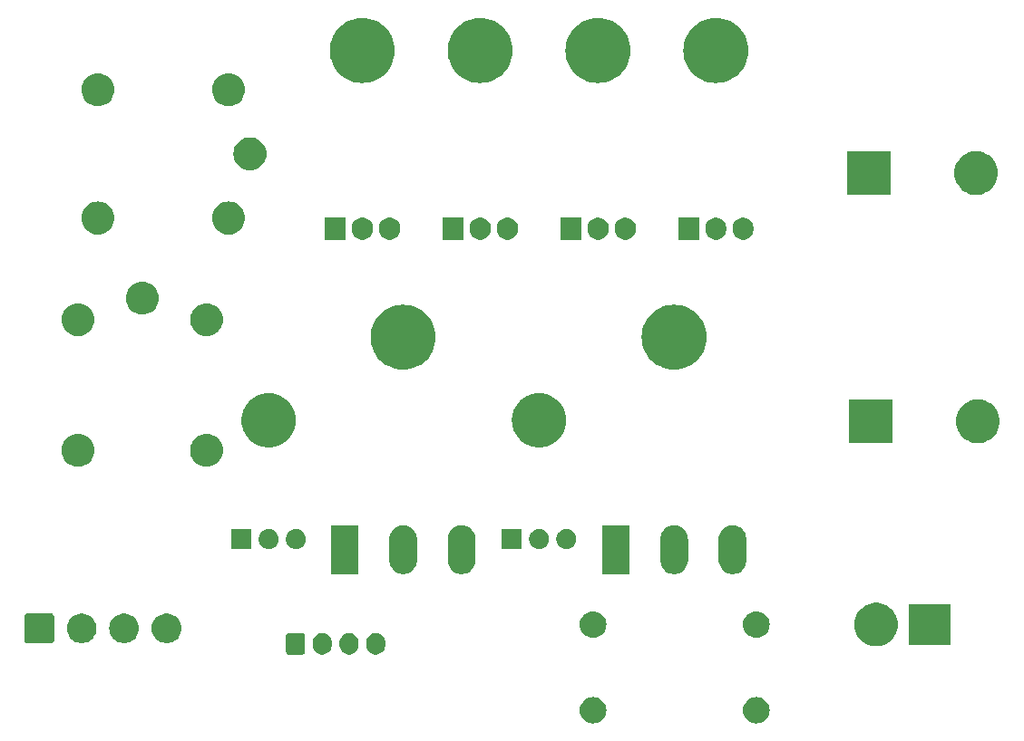
<source format=gbr>
%TF.GenerationSoftware,KiCad,Pcbnew,8.0.7-8.0.7-0~ubuntu22.04.1*%
%TF.CreationDate,2024-12-28T20:57:26+00:00*%
%TF.ProjectId,power-board,706f7765-722d-4626-9f61-72642e6b6963,1.0.0*%
%TF.SameCoordinates,Original*%
%TF.FileFunction,Soldermask,Top*%
%TF.FilePolarity,Negative*%
%FSLAX46Y46*%
G04 Gerber Fmt 4.6, Leading zero omitted, Abs format (unit mm)*
G04 Created by KiCad (PCBNEW 8.0.7-8.0.7-0~ubuntu22.04.1) date 2024-12-28 20:57:26*
%MOMM*%
%LPD*%
G01*
G04 APERTURE LIST*
G04 APERTURE END LIST*
G36*
X112294976Y-89280808D02*
G01*
X112503421Y-89336661D01*
X112699000Y-89427861D01*
X112875771Y-89551637D01*
X113028363Y-89704229D01*
X113152139Y-89881000D01*
X113243339Y-90076579D01*
X113299192Y-90285024D01*
X113318000Y-90500000D01*
X113299192Y-90714976D01*
X113243339Y-90923421D01*
X113152139Y-91119000D01*
X113028363Y-91295771D01*
X112875771Y-91448363D01*
X112699000Y-91572139D01*
X112503421Y-91663339D01*
X112294976Y-91719192D01*
X112080000Y-91738000D01*
X111865024Y-91719192D01*
X111656579Y-91663339D01*
X111461000Y-91572139D01*
X111284229Y-91448363D01*
X111131637Y-91295771D01*
X111007861Y-91119000D01*
X110916661Y-90923421D01*
X110860808Y-90714976D01*
X110842000Y-90500000D01*
X110860808Y-90285024D01*
X110916661Y-90076579D01*
X111007861Y-89881000D01*
X111131637Y-89704229D01*
X111284229Y-89551637D01*
X111461000Y-89427861D01*
X111656579Y-89336661D01*
X111865024Y-89280808D01*
X112080000Y-89262000D01*
X112294976Y-89280808D01*
G37*
G36*
X127534976Y-89280808D02*
G01*
X127743421Y-89336661D01*
X127939000Y-89427861D01*
X128115771Y-89551637D01*
X128268363Y-89704229D01*
X128392139Y-89881000D01*
X128483339Y-90076579D01*
X128539192Y-90285024D01*
X128558000Y-90500000D01*
X128539192Y-90714976D01*
X128483339Y-90923421D01*
X128392139Y-91119000D01*
X128268363Y-91295771D01*
X128115771Y-91448363D01*
X127939000Y-91572139D01*
X127743421Y-91663339D01*
X127534976Y-91719192D01*
X127320000Y-91738000D01*
X127105024Y-91719192D01*
X126896579Y-91663339D01*
X126701000Y-91572139D01*
X126524229Y-91448363D01*
X126371637Y-91295771D01*
X126247861Y-91119000D01*
X126156661Y-90923421D01*
X126100808Y-90714976D01*
X126082000Y-90500000D01*
X126100808Y-90285024D01*
X126156661Y-90076579D01*
X126247861Y-89881000D01*
X126371637Y-89704229D01*
X126524229Y-89551637D01*
X126701000Y-89427861D01*
X126896579Y-89336661D01*
X127105024Y-89280808D01*
X127320000Y-89262000D01*
X127534976Y-89280808D01*
G37*
G36*
X84965938Y-83294650D02*
G01*
X84970653Y-83296732D01*
X84973326Y-83297084D01*
X85006770Y-83312679D01*
X85062759Y-83337401D01*
X85137599Y-83412241D01*
X85162330Y-83468251D01*
X85177915Y-83501673D01*
X85178266Y-83504343D01*
X85180350Y-83509062D01*
X85188000Y-83575000D01*
X85188000Y-85025000D01*
X85180350Y-85090938D01*
X85178266Y-85095656D01*
X85177915Y-85098326D01*
X85162338Y-85131730D01*
X85137599Y-85187759D01*
X85062759Y-85262599D01*
X85006730Y-85287338D01*
X84973326Y-85302915D01*
X84970656Y-85303266D01*
X84965938Y-85305350D01*
X84900000Y-85313000D01*
X83700000Y-85313000D01*
X83634062Y-85305350D01*
X83629343Y-85303266D01*
X83626673Y-85302915D01*
X83593251Y-85287330D01*
X83537241Y-85262599D01*
X83462401Y-85187759D01*
X83437679Y-85131770D01*
X83422084Y-85098326D01*
X83421732Y-85095653D01*
X83419650Y-85090938D01*
X83412000Y-85025000D01*
X83412000Y-83575000D01*
X83419650Y-83509062D01*
X83421732Y-83504346D01*
X83422084Y-83501673D01*
X83437687Y-83468210D01*
X83462401Y-83412241D01*
X83537241Y-83337401D01*
X83593210Y-83312687D01*
X83626673Y-83297084D01*
X83629346Y-83296732D01*
X83634062Y-83294650D01*
X83700000Y-83287000D01*
X84900000Y-83287000D01*
X84965938Y-83294650D01*
G37*
G36*
X87057773Y-83325237D02*
G01*
X87218600Y-83391854D01*
X87363341Y-83488567D01*
X87486433Y-83611659D01*
X87583146Y-83756400D01*
X87649763Y-83917227D01*
X87683724Y-84087961D01*
X87688000Y-84175000D01*
X87688000Y-84425000D01*
X87683724Y-84512039D01*
X87649763Y-84682773D01*
X87583146Y-84843600D01*
X87486433Y-84988341D01*
X87363341Y-85111433D01*
X87218600Y-85208146D01*
X87057773Y-85274763D01*
X86887039Y-85308724D01*
X86712961Y-85308724D01*
X86542227Y-85274763D01*
X86381400Y-85208146D01*
X86236659Y-85111433D01*
X86113567Y-84988341D01*
X86016854Y-84843600D01*
X85950237Y-84682773D01*
X85916276Y-84512039D01*
X85912000Y-84425000D01*
X85912000Y-84175000D01*
X85916276Y-84087961D01*
X85950237Y-83917227D01*
X86016854Y-83756400D01*
X86113567Y-83611659D01*
X86236659Y-83488567D01*
X86381400Y-83391854D01*
X86542227Y-83325237D01*
X86712961Y-83291276D01*
X86887039Y-83291276D01*
X87057773Y-83325237D01*
G37*
G36*
X89557773Y-83325237D02*
G01*
X89718600Y-83391854D01*
X89863341Y-83488567D01*
X89986433Y-83611659D01*
X90083146Y-83756400D01*
X90149763Y-83917227D01*
X90183724Y-84087961D01*
X90188000Y-84175000D01*
X90188000Y-84425000D01*
X90183724Y-84512039D01*
X90149763Y-84682773D01*
X90083146Y-84843600D01*
X89986433Y-84988341D01*
X89863341Y-85111433D01*
X89718600Y-85208146D01*
X89557773Y-85274763D01*
X89387039Y-85308724D01*
X89212961Y-85308724D01*
X89042227Y-85274763D01*
X88881400Y-85208146D01*
X88736659Y-85111433D01*
X88613567Y-84988341D01*
X88516854Y-84843600D01*
X88450237Y-84682773D01*
X88416276Y-84512039D01*
X88412000Y-84425000D01*
X88412000Y-84175000D01*
X88416276Y-84087961D01*
X88450237Y-83917227D01*
X88516854Y-83756400D01*
X88613567Y-83611659D01*
X88736659Y-83488567D01*
X88881400Y-83391854D01*
X89042227Y-83325237D01*
X89212961Y-83291276D01*
X89387039Y-83291276D01*
X89557773Y-83325237D01*
G37*
G36*
X92057773Y-83325237D02*
G01*
X92218600Y-83391854D01*
X92363341Y-83488567D01*
X92486433Y-83611659D01*
X92583146Y-83756400D01*
X92649763Y-83917227D01*
X92683724Y-84087961D01*
X92688000Y-84175000D01*
X92688000Y-84425000D01*
X92683724Y-84512039D01*
X92649763Y-84682773D01*
X92583146Y-84843600D01*
X92486433Y-84988341D01*
X92363341Y-85111433D01*
X92218600Y-85208146D01*
X92057773Y-85274763D01*
X91887039Y-85308724D01*
X91712961Y-85308724D01*
X91542227Y-85274763D01*
X91381400Y-85208146D01*
X91236659Y-85111433D01*
X91113567Y-84988341D01*
X91016854Y-84843600D01*
X90950237Y-84682773D01*
X90916276Y-84512039D01*
X90912000Y-84425000D01*
X90912000Y-84175000D01*
X90916276Y-84087961D01*
X90950237Y-83917227D01*
X91016854Y-83756400D01*
X91113567Y-83611659D01*
X91236659Y-83488567D01*
X91381400Y-83391854D01*
X91542227Y-83325237D01*
X91712961Y-83291276D01*
X91887039Y-83291276D01*
X92057773Y-83325237D01*
G37*
G36*
X138914643Y-80504627D02*
G01*
X139182485Y-80579672D01*
X139437613Y-80690490D01*
X139675274Y-80835015D01*
X139891043Y-81010556D01*
X140080900Y-81213843D01*
X140241307Y-81441088D01*
X140369277Y-81688059D01*
X140462425Y-81950154D01*
X140519018Y-82222492D01*
X140538000Y-82500000D01*
X140519018Y-82777508D01*
X140462425Y-83049846D01*
X140369277Y-83311941D01*
X140241307Y-83558912D01*
X140080900Y-83786157D01*
X139891043Y-83989444D01*
X139675274Y-84164985D01*
X139437613Y-84309510D01*
X139182485Y-84420328D01*
X138914643Y-84495373D01*
X138639078Y-84533249D01*
X138360922Y-84533249D01*
X138085357Y-84495373D01*
X137817515Y-84420328D01*
X137562387Y-84309510D01*
X137324726Y-84164985D01*
X137108957Y-83989444D01*
X136919100Y-83786157D01*
X136758693Y-83558912D01*
X136630723Y-83311941D01*
X136537575Y-83049846D01*
X136480982Y-82777508D01*
X136462000Y-82500000D01*
X136480982Y-82222492D01*
X136537575Y-81950154D01*
X136630723Y-81688059D01*
X136758693Y-81441088D01*
X136919100Y-81213843D01*
X137108957Y-81010556D01*
X137324726Y-80835015D01*
X137562387Y-80690490D01*
X137817515Y-80579672D01*
X138085357Y-80504627D01*
X138360922Y-80466751D01*
X138639078Y-80466751D01*
X138914643Y-80504627D01*
G37*
G36*
X145414542Y-80564893D02*
G01*
X145426870Y-80573130D01*
X145435107Y-80585458D01*
X145438000Y-80600000D01*
X145438000Y-84400000D01*
X145435107Y-84414542D01*
X145426870Y-84426870D01*
X145414542Y-84435107D01*
X145400000Y-84438000D01*
X141600000Y-84438000D01*
X141585458Y-84435107D01*
X141573130Y-84426870D01*
X141564893Y-84414542D01*
X141562000Y-84400000D01*
X141562000Y-80600000D01*
X141564893Y-80585458D01*
X141573130Y-80573130D01*
X141585458Y-80564893D01*
X141600000Y-80562000D01*
X145400000Y-80562000D01*
X145414542Y-80564893D01*
G37*
G36*
X61548437Y-81469650D02*
G01*
X61553153Y-81471732D01*
X61555823Y-81472084D01*
X61589222Y-81487658D01*
X61645259Y-81512401D01*
X61720099Y-81587241D01*
X61744851Y-81643299D01*
X61760415Y-81676676D01*
X61760766Y-81679343D01*
X61762850Y-81684063D01*
X61770499Y-81750002D01*
X61770499Y-81753267D01*
X61770500Y-81753275D01*
X61770500Y-82923353D01*
X61770500Y-83949999D01*
X61762850Y-84015937D01*
X61760766Y-84020656D01*
X61760415Y-84023323D01*
X61744859Y-84056681D01*
X61720099Y-84112759D01*
X61645259Y-84187599D01*
X61589181Y-84212359D01*
X61555823Y-84227915D01*
X61553156Y-84228266D01*
X61548437Y-84230350D01*
X61482498Y-84237999D01*
X61479231Y-84237999D01*
X61479224Y-84238000D01*
X59285776Y-84238000D01*
X59285775Y-84237999D01*
X59282501Y-84238000D01*
X59216563Y-84230350D01*
X59211843Y-84228266D01*
X59209176Y-84227915D01*
X59175799Y-84212351D01*
X59119741Y-84187599D01*
X59044901Y-84112759D01*
X59020158Y-84056722D01*
X59004584Y-84023323D01*
X59004232Y-84020653D01*
X59002150Y-84015937D01*
X58994501Y-83949998D01*
X58994500Y-83946731D01*
X58994500Y-83946724D01*
X58994500Y-81753275D01*
X58994500Y-81753274D01*
X58994500Y-81750001D01*
X59002150Y-81684063D01*
X59004232Y-81679346D01*
X59004584Y-81676676D01*
X59020166Y-81643258D01*
X59044901Y-81587241D01*
X59119741Y-81512401D01*
X59175758Y-81487666D01*
X59209176Y-81472084D01*
X59211846Y-81471732D01*
X59216563Y-81469650D01*
X59282502Y-81462001D01*
X59285768Y-81462000D01*
X59285776Y-81462000D01*
X61479224Y-81462000D01*
X61482499Y-81462000D01*
X61548437Y-81469650D01*
G37*
G36*
X64683234Y-81504472D02*
G01*
X64900053Y-81578907D01*
X65101664Y-81688013D01*
X65282567Y-81828815D01*
X65437827Y-81997473D01*
X65563210Y-82189385D01*
X65655294Y-82399317D01*
X65711569Y-82621543D01*
X65730500Y-82850000D01*
X65711569Y-83078457D01*
X65655294Y-83300683D01*
X65563210Y-83510615D01*
X65437827Y-83702527D01*
X65282567Y-83871185D01*
X65101664Y-84011987D01*
X64900053Y-84121093D01*
X64683234Y-84195528D01*
X64457120Y-84233259D01*
X64227880Y-84233259D01*
X64001766Y-84195528D01*
X63784947Y-84121093D01*
X63583336Y-84011987D01*
X63402433Y-83871185D01*
X63247173Y-83702527D01*
X63121790Y-83510615D01*
X63029706Y-83300683D01*
X62973431Y-83078457D01*
X62954500Y-82850000D01*
X62973431Y-82621543D01*
X63029706Y-82399317D01*
X63121790Y-82189385D01*
X63247173Y-81997473D01*
X63402433Y-81828815D01*
X63583336Y-81688013D01*
X63784947Y-81578907D01*
X64001766Y-81504472D01*
X64227880Y-81466741D01*
X64457120Y-81466741D01*
X64683234Y-81504472D01*
G37*
G36*
X68643234Y-81504472D02*
G01*
X68860053Y-81578907D01*
X69061664Y-81688013D01*
X69242567Y-81828815D01*
X69397827Y-81997473D01*
X69523210Y-82189385D01*
X69615294Y-82399317D01*
X69671569Y-82621543D01*
X69690500Y-82850000D01*
X69671569Y-83078457D01*
X69615294Y-83300683D01*
X69523210Y-83510615D01*
X69397827Y-83702527D01*
X69242567Y-83871185D01*
X69061664Y-84011987D01*
X68860053Y-84121093D01*
X68643234Y-84195528D01*
X68417120Y-84233259D01*
X68187880Y-84233259D01*
X67961766Y-84195528D01*
X67744947Y-84121093D01*
X67543336Y-84011987D01*
X67362433Y-83871185D01*
X67207173Y-83702527D01*
X67081790Y-83510615D01*
X66989706Y-83300683D01*
X66933431Y-83078457D01*
X66914500Y-82850000D01*
X66933431Y-82621543D01*
X66989706Y-82399317D01*
X67081790Y-82189385D01*
X67207173Y-81997473D01*
X67362433Y-81828815D01*
X67543336Y-81688013D01*
X67744947Y-81578907D01*
X67961766Y-81504472D01*
X68187880Y-81466741D01*
X68417120Y-81466741D01*
X68643234Y-81504472D01*
G37*
G36*
X72603234Y-81504472D02*
G01*
X72820053Y-81578907D01*
X73021664Y-81688013D01*
X73202567Y-81828815D01*
X73357827Y-81997473D01*
X73483210Y-82189385D01*
X73575294Y-82399317D01*
X73631569Y-82621543D01*
X73650500Y-82850000D01*
X73631569Y-83078457D01*
X73575294Y-83300683D01*
X73483210Y-83510615D01*
X73357827Y-83702527D01*
X73202567Y-83871185D01*
X73021664Y-84011987D01*
X72820053Y-84121093D01*
X72603234Y-84195528D01*
X72377120Y-84233259D01*
X72147880Y-84233259D01*
X71921766Y-84195528D01*
X71704947Y-84121093D01*
X71503336Y-84011987D01*
X71322433Y-83871185D01*
X71167173Y-83702527D01*
X71041790Y-83510615D01*
X70949706Y-83300683D01*
X70893431Y-83078457D01*
X70874500Y-82850000D01*
X70893431Y-82621543D01*
X70949706Y-82399317D01*
X71041790Y-82189385D01*
X71167173Y-81997473D01*
X71322433Y-81828815D01*
X71503336Y-81688013D01*
X71704947Y-81578907D01*
X71921766Y-81504472D01*
X72147880Y-81466741D01*
X72377120Y-81466741D01*
X72603234Y-81504472D01*
G37*
G36*
X112294976Y-81280808D02*
G01*
X112503421Y-81336661D01*
X112699000Y-81427861D01*
X112875771Y-81551637D01*
X113028363Y-81704229D01*
X113152139Y-81881000D01*
X113243339Y-82076579D01*
X113299192Y-82285024D01*
X113318000Y-82500000D01*
X113299192Y-82714976D01*
X113243339Y-82923421D01*
X113152139Y-83119000D01*
X113028363Y-83295771D01*
X112875771Y-83448363D01*
X112699000Y-83572139D01*
X112503421Y-83663339D01*
X112294976Y-83719192D01*
X112080000Y-83738000D01*
X111865024Y-83719192D01*
X111656579Y-83663339D01*
X111461000Y-83572139D01*
X111284229Y-83448363D01*
X111131637Y-83295771D01*
X111007861Y-83119000D01*
X110916661Y-82923421D01*
X110860808Y-82714976D01*
X110842000Y-82500000D01*
X110860808Y-82285024D01*
X110916661Y-82076579D01*
X111007861Y-81881000D01*
X111131637Y-81704229D01*
X111284229Y-81551637D01*
X111461000Y-81427861D01*
X111656579Y-81336661D01*
X111865024Y-81280808D01*
X112080000Y-81262000D01*
X112294976Y-81280808D01*
G37*
G36*
X127534976Y-81280808D02*
G01*
X127743421Y-81336661D01*
X127939000Y-81427861D01*
X128115771Y-81551637D01*
X128268363Y-81704229D01*
X128392139Y-81881000D01*
X128483339Y-82076579D01*
X128539192Y-82285024D01*
X128558000Y-82500000D01*
X128539192Y-82714976D01*
X128483339Y-82923421D01*
X128392139Y-83119000D01*
X128268363Y-83295771D01*
X128115771Y-83448363D01*
X127939000Y-83572139D01*
X127743421Y-83663339D01*
X127534976Y-83719192D01*
X127320000Y-83738000D01*
X127105024Y-83719192D01*
X126896579Y-83663339D01*
X126701000Y-83572139D01*
X126524229Y-83448363D01*
X126371637Y-83295771D01*
X126247861Y-83119000D01*
X126156661Y-82923421D01*
X126100808Y-82714976D01*
X126082000Y-82500000D01*
X126100808Y-82285024D01*
X126156661Y-82076579D01*
X126247861Y-81881000D01*
X126371637Y-81704229D01*
X126524229Y-81551637D01*
X126701000Y-81427861D01*
X126896579Y-81336661D01*
X127105024Y-81280808D01*
X127320000Y-81262000D01*
X127534976Y-81280808D01*
G37*
G36*
X90164542Y-73214893D02*
G01*
X90176870Y-73223130D01*
X90185107Y-73235458D01*
X90188000Y-73250000D01*
X90188000Y-77750000D01*
X90185107Y-77764542D01*
X90176870Y-77776870D01*
X90164542Y-77785107D01*
X90150000Y-77788000D01*
X87650000Y-77788000D01*
X87635458Y-77785107D01*
X87623130Y-77776870D01*
X87614893Y-77764542D01*
X87612000Y-77750000D01*
X87612000Y-73250000D01*
X87614893Y-73235458D01*
X87623130Y-73223130D01*
X87635458Y-73214893D01*
X87650000Y-73212000D01*
X90150000Y-73212000D01*
X90164542Y-73214893D01*
G37*
G36*
X115464542Y-73214893D02*
G01*
X115476870Y-73223130D01*
X115485107Y-73235458D01*
X115488000Y-73250000D01*
X115488000Y-77750000D01*
X115485107Y-77764542D01*
X115476870Y-77776870D01*
X115464542Y-77785107D01*
X115450000Y-77788000D01*
X112950000Y-77788000D01*
X112935458Y-77785107D01*
X112923130Y-77776870D01*
X112914893Y-77764542D01*
X112912000Y-77750000D01*
X112912000Y-73250000D01*
X112914893Y-73235458D01*
X112923130Y-73223130D01*
X112935458Y-73214893D01*
X112950000Y-73212000D01*
X115450000Y-73212000D01*
X115464542Y-73214893D01*
G37*
G36*
X94650678Y-73247588D02*
G01*
X94842896Y-73310043D01*
X95022978Y-73401799D01*
X95186489Y-73520597D01*
X95329403Y-73663511D01*
X95448201Y-73827022D01*
X95539957Y-74007104D01*
X95602412Y-74199322D01*
X95634030Y-74398945D01*
X95638000Y-74500000D01*
X95638000Y-76500000D01*
X95634030Y-76601055D01*
X95602412Y-76800678D01*
X95539957Y-76992896D01*
X95448201Y-77172978D01*
X95329403Y-77336489D01*
X95186489Y-77479403D01*
X95022978Y-77598201D01*
X94842896Y-77689957D01*
X94650678Y-77752412D01*
X94451055Y-77784030D01*
X94248945Y-77784030D01*
X94049322Y-77752412D01*
X93857104Y-77689957D01*
X93677022Y-77598201D01*
X93513511Y-77479403D01*
X93370597Y-77336489D01*
X93251799Y-77172978D01*
X93160043Y-76992896D01*
X93097588Y-76800678D01*
X93065970Y-76601055D01*
X93062000Y-76500000D01*
X93062000Y-74500000D01*
X93065970Y-74398945D01*
X93097588Y-74199322D01*
X93160043Y-74007104D01*
X93251799Y-73827022D01*
X93370597Y-73663511D01*
X93513511Y-73520597D01*
X93677022Y-73401799D01*
X93857104Y-73310043D01*
X94049322Y-73247588D01*
X94248945Y-73215970D01*
X94451055Y-73215970D01*
X94650678Y-73247588D01*
G37*
G36*
X100100678Y-73247588D02*
G01*
X100292896Y-73310043D01*
X100472978Y-73401799D01*
X100636489Y-73520597D01*
X100779403Y-73663511D01*
X100898201Y-73827022D01*
X100989957Y-74007104D01*
X101052412Y-74199322D01*
X101084030Y-74398945D01*
X101088000Y-74500000D01*
X101088000Y-76500000D01*
X101084030Y-76601055D01*
X101052412Y-76800678D01*
X100989957Y-76992896D01*
X100898201Y-77172978D01*
X100779403Y-77336489D01*
X100636489Y-77479403D01*
X100472978Y-77598201D01*
X100292896Y-77689957D01*
X100100678Y-77752412D01*
X99901055Y-77784030D01*
X99698945Y-77784030D01*
X99499322Y-77752412D01*
X99307104Y-77689957D01*
X99127022Y-77598201D01*
X98963511Y-77479403D01*
X98820597Y-77336489D01*
X98701799Y-77172978D01*
X98610043Y-76992896D01*
X98547588Y-76800678D01*
X98515970Y-76601055D01*
X98512000Y-76500000D01*
X98512000Y-74500000D01*
X98515970Y-74398945D01*
X98547588Y-74199322D01*
X98610043Y-74007104D01*
X98701799Y-73827022D01*
X98820597Y-73663511D01*
X98963511Y-73520597D01*
X99127022Y-73401799D01*
X99307104Y-73310043D01*
X99499322Y-73247588D01*
X99698945Y-73215970D01*
X99901055Y-73215970D01*
X100100678Y-73247588D01*
G37*
G36*
X119950678Y-73247588D02*
G01*
X120142896Y-73310043D01*
X120322978Y-73401799D01*
X120486489Y-73520597D01*
X120629403Y-73663511D01*
X120748201Y-73827022D01*
X120839957Y-74007104D01*
X120902412Y-74199322D01*
X120934030Y-74398945D01*
X120938000Y-74500000D01*
X120938000Y-76500000D01*
X120934030Y-76601055D01*
X120902412Y-76800678D01*
X120839957Y-76992896D01*
X120748201Y-77172978D01*
X120629403Y-77336489D01*
X120486489Y-77479403D01*
X120322978Y-77598201D01*
X120142896Y-77689957D01*
X119950678Y-77752412D01*
X119751055Y-77784030D01*
X119548945Y-77784030D01*
X119349322Y-77752412D01*
X119157104Y-77689957D01*
X118977022Y-77598201D01*
X118813511Y-77479403D01*
X118670597Y-77336489D01*
X118551799Y-77172978D01*
X118460043Y-76992896D01*
X118397588Y-76800678D01*
X118365970Y-76601055D01*
X118362000Y-76500000D01*
X118362000Y-74500000D01*
X118365970Y-74398945D01*
X118397588Y-74199322D01*
X118460043Y-74007104D01*
X118551799Y-73827022D01*
X118670597Y-73663511D01*
X118813511Y-73520597D01*
X118977022Y-73401799D01*
X119157104Y-73310043D01*
X119349322Y-73247588D01*
X119548945Y-73215970D01*
X119751055Y-73215970D01*
X119950678Y-73247588D01*
G37*
G36*
X125400678Y-73247588D02*
G01*
X125592896Y-73310043D01*
X125772978Y-73401799D01*
X125936489Y-73520597D01*
X126079403Y-73663511D01*
X126198201Y-73827022D01*
X126289957Y-74007104D01*
X126352412Y-74199322D01*
X126384030Y-74398945D01*
X126388000Y-74500000D01*
X126388000Y-76500000D01*
X126384030Y-76601055D01*
X126352412Y-76800678D01*
X126289957Y-76992896D01*
X126198201Y-77172978D01*
X126079403Y-77336489D01*
X125936489Y-77479403D01*
X125772978Y-77598201D01*
X125592896Y-77689957D01*
X125400678Y-77752412D01*
X125201055Y-77784030D01*
X124998945Y-77784030D01*
X124799322Y-77752412D01*
X124607104Y-77689957D01*
X124427022Y-77598201D01*
X124263511Y-77479403D01*
X124120597Y-77336489D01*
X124001799Y-77172978D01*
X123910043Y-76992896D01*
X123847588Y-76800678D01*
X123815970Y-76601055D01*
X123812000Y-76500000D01*
X123812000Y-74500000D01*
X123815970Y-74398945D01*
X123847588Y-74199322D01*
X123910043Y-74007104D01*
X124001799Y-73827022D01*
X124120597Y-73663511D01*
X124263511Y-73520597D01*
X124427022Y-73401799D01*
X124607104Y-73310043D01*
X124799322Y-73247588D01*
X124998945Y-73215970D01*
X125201055Y-73215970D01*
X125400678Y-73247588D01*
G37*
G36*
X80164542Y-73564893D02*
G01*
X80176870Y-73573130D01*
X80185107Y-73585458D01*
X80188000Y-73600000D01*
X80188000Y-75400000D01*
X80185107Y-75414542D01*
X80176870Y-75426870D01*
X80164542Y-75435107D01*
X80150000Y-75438000D01*
X78350000Y-75438000D01*
X78335458Y-75435107D01*
X78323130Y-75426870D01*
X78314893Y-75414542D01*
X78312000Y-75400000D01*
X78312000Y-73600000D01*
X78314893Y-73585458D01*
X78323130Y-73573130D01*
X78335458Y-73564893D01*
X78350000Y-73562000D01*
X80150000Y-73562000D01*
X80164542Y-73564893D01*
G37*
G36*
X105414542Y-73564893D02*
G01*
X105426870Y-73573130D01*
X105435107Y-73585458D01*
X105438000Y-73600000D01*
X105438000Y-75400000D01*
X105435107Y-75414542D01*
X105426870Y-75426870D01*
X105414542Y-75435107D01*
X105400000Y-75438000D01*
X103600000Y-75438000D01*
X103585458Y-75435107D01*
X103573130Y-75426870D01*
X103564893Y-75414542D01*
X103562000Y-75400000D01*
X103562000Y-73600000D01*
X103564893Y-73585458D01*
X103573130Y-73573130D01*
X103585458Y-73564893D01*
X103600000Y-73562000D01*
X105400000Y-73562000D01*
X105414542Y-73564893D01*
G37*
G36*
X81839719Y-73567138D02*
G01*
X81888048Y-73567138D01*
X81929779Y-73576008D01*
X81972946Y-73580260D01*
X82027183Y-73596712D01*
X82079858Y-73607909D01*
X82113560Y-73622914D01*
X82148866Y-73633624D01*
X82204967Y-73663611D01*
X82259000Y-73687668D01*
X82284124Y-73705922D01*
X82310988Y-73720281D01*
X82365788Y-73765254D01*
X82417645Y-73802930D01*
X82434480Y-73821627D01*
X82453095Y-73836904D01*
X82503115Y-73897854D01*
X82548858Y-73948657D01*
X82558469Y-73965304D01*
X82569718Y-73979011D01*
X82611336Y-74056872D01*
X82646906Y-74118481D01*
X82650996Y-74131070D01*
X82656375Y-74141133D01*
X82686031Y-74238897D01*
X82707502Y-74304979D01*
X82708257Y-74312170D01*
X82709739Y-74317053D01*
X82724154Y-74463408D01*
X82728000Y-74500000D01*
X82724153Y-74536594D01*
X82709739Y-74682946D01*
X82708258Y-74687828D01*
X82707502Y-74695021D01*
X82686026Y-74761116D01*
X82656375Y-74858866D01*
X82650997Y-74868926D01*
X82646906Y-74881519D01*
X82611329Y-74943139D01*
X82569718Y-75020988D01*
X82558471Y-75034692D01*
X82548858Y-75051343D01*
X82503105Y-75102156D01*
X82453095Y-75163095D01*
X82434483Y-75178368D01*
X82417645Y-75197070D01*
X82365778Y-75234753D01*
X82310988Y-75279718D01*
X82284129Y-75294074D01*
X82259000Y-75312332D01*
X82204956Y-75336393D01*
X82148866Y-75366375D01*
X82113567Y-75377082D01*
X82079858Y-75392091D01*
X82027172Y-75403289D01*
X81972946Y-75419739D01*
X81929787Y-75423989D01*
X81888048Y-75432862D01*
X81839709Y-75432862D01*
X81790000Y-75437758D01*
X81740291Y-75432862D01*
X81691952Y-75432862D01*
X81650212Y-75423989D01*
X81607053Y-75419739D01*
X81552824Y-75403289D01*
X81500142Y-75392091D01*
X81466434Y-75377083D01*
X81431133Y-75366375D01*
X81375037Y-75336391D01*
X81321000Y-75312332D01*
X81295872Y-75294076D01*
X81269011Y-75279718D01*
X81214213Y-75234747D01*
X81162355Y-75197070D01*
X81145519Y-75178371D01*
X81126904Y-75163095D01*
X81076882Y-75102143D01*
X81031142Y-75051343D01*
X81021531Y-75034696D01*
X81010281Y-75020988D01*
X80968657Y-74943116D01*
X80933094Y-74881519D01*
X80929004Y-74868931D01*
X80923624Y-74858866D01*
X80893958Y-74761070D01*
X80872498Y-74695021D01*
X80871742Y-74687833D01*
X80870260Y-74682946D01*
X80855830Y-74536442D01*
X80852000Y-74500000D01*
X80855830Y-74463560D01*
X80870260Y-74317053D01*
X80871742Y-74312165D01*
X80872498Y-74304979D01*
X80893953Y-74238943D01*
X80923624Y-74141133D01*
X80929004Y-74131066D01*
X80933094Y-74118481D01*
X80968649Y-74056896D01*
X81010281Y-73979011D01*
X81021533Y-73965300D01*
X81031142Y-73948657D01*
X81076873Y-73897866D01*
X81126904Y-73836904D01*
X81145522Y-73821624D01*
X81162355Y-73802930D01*
X81214202Y-73765260D01*
X81269011Y-73720281D01*
X81295878Y-73705920D01*
X81321000Y-73687668D01*
X81375026Y-73663613D01*
X81431133Y-73633624D01*
X81466441Y-73622913D01*
X81500142Y-73607909D01*
X81552813Y-73596713D01*
X81607053Y-73580260D01*
X81650221Y-73576008D01*
X81691952Y-73567138D01*
X81740281Y-73567138D01*
X81790000Y-73562241D01*
X81839719Y-73567138D01*
G37*
G36*
X84379719Y-73567138D02*
G01*
X84428048Y-73567138D01*
X84469779Y-73576008D01*
X84512946Y-73580260D01*
X84567183Y-73596712D01*
X84619858Y-73607909D01*
X84653560Y-73622914D01*
X84688866Y-73633624D01*
X84744967Y-73663611D01*
X84799000Y-73687668D01*
X84824124Y-73705922D01*
X84850988Y-73720281D01*
X84905788Y-73765254D01*
X84957645Y-73802930D01*
X84974480Y-73821627D01*
X84993095Y-73836904D01*
X85043115Y-73897854D01*
X85088858Y-73948657D01*
X85098469Y-73965304D01*
X85109718Y-73979011D01*
X85151336Y-74056872D01*
X85186906Y-74118481D01*
X85190996Y-74131070D01*
X85196375Y-74141133D01*
X85226031Y-74238897D01*
X85247502Y-74304979D01*
X85248257Y-74312170D01*
X85249739Y-74317053D01*
X85264154Y-74463408D01*
X85268000Y-74500000D01*
X85264153Y-74536594D01*
X85249739Y-74682946D01*
X85248258Y-74687828D01*
X85247502Y-74695021D01*
X85226026Y-74761116D01*
X85196375Y-74858866D01*
X85190997Y-74868926D01*
X85186906Y-74881519D01*
X85151329Y-74943139D01*
X85109718Y-75020988D01*
X85098471Y-75034692D01*
X85088858Y-75051343D01*
X85043105Y-75102156D01*
X84993095Y-75163095D01*
X84974483Y-75178368D01*
X84957645Y-75197070D01*
X84905778Y-75234753D01*
X84850988Y-75279718D01*
X84824129Y-75294074D01*
X84799000Y-75312332D01*
X84744956Y-75336393D01*
X84688866Y-75366375D01*
X84653567Y-75377082D01*
X84619858Y-75392091D01*
X84567172Y-75403289D01*
X84512946Y-75419739D01*
X84469787Y-75423989D01*
X84428048Y-75432862D01*
X84379709Y-75432862D01*
X84330000Y-75437758D01*
X84280291Y-75432862D01*
X84231952Y-75432862D01*
X84190212Y-75423989D01*
X84147053Y-75419739D01*
X84092824Y-75403289D01*
X84040142Y-75392091D01*
X84006434Y-75377083D01*
X83971133Y-75366375D01*
X83915037Y-75336391D01*
X83861000Y-75312332D01*
X83835872Y-75294076D01*
X83809011Y-75279718D01*
X83754213Y-75234747D01*
X83702355Y-75197070D01*
X83685519Y-75178371D01*
X83666904Y-75163095D01*
X83616882Y-75102143D01*
X83571142Y-75051343D01*
X83561531Y-75034696D01*
X83550281Y-75020988D01*
X83508657Y-74943116D01*
X83473094Y-74881519D01*
X83469004Y-74868931D01*
X83463624Y-74858866D01*
X83433958Y-74761070D01*
X83412498Y-74695021D01*
X83411742Y-74687833D01*
X83410260Y-74682946D01*
X83395830Y-74536442D01*
X83392000Y-74500000D01*
X83395830Y-74463560D01*
X83410260Y-74317053D01*
X83411742Y-74312165D01*
X83412498Y-74304979D01*
X83433953Y-74238943D01*
X83463624Y-74141133D01*
X83469004Y-74131066D01*
X83473094Y-74118481D01*
X83508649Y-74056896D01*
X83550281Y-73979011D01*
X83561533Y-73965300D01*
X83571142Y-73948657D01*
X83616873Y-73897866D01*
X83666904Y-73836904D01*
X83685522Y-73821624D01*
X83702355Y-73802930D01*
X83754202Y-73765260D01*
X83809011Y-73720281D01*
X83835878Y-73705920D01*
X83861000Y-73687668D01*
X83915026Y-73663613D01*
X83971133Y-73633624D01*
X84006441Y-73622913D01*
X84040142Y-73607909D01*
X84092813Y-73596713D01*
X84147053Y-73580260D01*
X84190221Y-73576008D01*
X84231952Y-73567138D01*
X84280281Y-73567138D01*
X84330000Y-73562241D01*
X84379719Y-73567138D01*
G37*
G36*
X107089719Y-73567138D02*
G01*
X107138048Y-73567138D01*
X107179779Y-73576008D01*
X107222946Y-73580260D01*
X107277183Y-73596712D01*
X107329858Y-73607909D01*
X107363560Y-73622914D01*
X107398866Y-73633624D01*
X107454967Y-73663611D01*
X107509000Y-73687668D01*
X107534124Y-73705922D01*
X107560988Y-73720281D01*
X107615788Y-73765254D01*
X107667645Y-73802930D01*
X107684480Y-73821627D01*
X107703095Y-73836904D01*
X107753115Y-73897854D01*
X107798858Y-73948657D01*
X107808469Y-73965304D01*
X107819718Y-73979011D01*
X107861336Y-74056872D01*
X107896906Y-74118481D01*
X107900996Y-74131070D01*
X107906375Y-74141133D01*
X107936031Y-74238897D01*
X107957502Y-74304979D01*
X107958257Y-74312170D01*
X107959739Y-74317053D01*
X107974154Y-74463408D01*
X107978000Y-74500000D01*
X107974153Y-74536594D01*
X107959739Y-74682946D01*
X107958258Y-74687828D01*
X107957502Y-74695021D01*
X107936026Y-74761116D01*
X107906375Y-74858866D01*
X107900997Y-74868926D01*
X107896906Y-74881519D01*
X107861329Y-74943139D01*
X107819718Y-75020988D01*
X107808471Y-75034692D01*
X107798858Y-75051343D01*
X107753105Y-75102156D01*
X107703095Y-75163095D01*
X107684483Y-75178368D01*
X107667645Y-75197070D01*
X107615778Y-75234753D01*
X107560988Y-75279718D01*
X107534129Y-75294074D01*
X107509000Y-75312332D01*
X107454956Y-75336393D01*
X107398866Y-75366375D01*
X107363567Y-75377082D01*
X107329858Y-75392091D01*
X107277172Y-75403289D01*
X107222946Y-75419739D01*
X107179787Y-75423989D01*
X107138048Y-75432862D01*
X107089709Y-75432862D01*
X107040000Y-75437758D01*
X106990291Y-75432862D01*
X106941952Y-75432862D01*
X106900212Y-75423989D01*
X106857053Y-75419739D01*
X106802824Y-75403289D01*
X106750142Y-75392091D01*
X106716434Y-75377083D01*
X106681133Y-75366375D01*
X106625037Y-75336391D01*
X106571000Y-75312332D01*
X106545872Y-75294076D01*
X106519011Y-75279718D01*
X106464213Y-75234747D01*
X106412355Y-75197070D01*
X106395519Y-75178371D01*
X106376904Y-75163095D01*
X106326882Y-75102143D01*
X106281142Y-75051343D01*
X106271531Y-75034696D01*
X106260281Y-75020988D01*
X106218657Y-74943116D01*
X106183094Y-74881519D01*
X106179004Y-74868931D01*
X106173624Y-74858866D01*
X106143958Y-74761070D01*
X106122498Y-74695021D01*
X106121742Y-74687833D01*
X106120260Y-74682946D01*
X106105830Y-74536442D01*
X106102000Y-74500000D01*
X106105830Y-74463560D01*
X106120260Y-74317053D01*
X106121742Y-74312165D01*
X106122498Y-74304979D01*
X106143953Y-74238943D01*
X106173624Y-74141133D01*
X106179004Y-74131066D01*
X106183094Y-74118481D01*
X106218649Y-74056896D01*
X106260281Y-73979011D01*
X106271533Y-73965300D01*
X106281142Y-73948657D01*
X106326873Y-73897866D01*
X106376904Y-73836904D01*
X106395522Y-73821624D01*
X106412355Y-73802930D01*
X106464202Y-73765260D01*
X106519011Y-73720281D01*
X106545878Y-73705920D01*
X106571000Y-73687668D01*
X106625026Y-73663613D01*
X106681133Y-73633624D01*
X106716441Y-73622913D01*
X106750142Y-73607909D01*
X106802813Y-73596713D01*
X106857053Y-73580260D01*
X106900221Y-73576008D01*
X106941952Y-73567138D01*
X106990281Y-73567138D01*
X107040000Y-73562241D01*
X107089719Y-73567138D01*
G37*
G36*
X109629719Y-73567138D02*
G01*
X109678048Y-73567138D01*
X109719779Y-73576008D01*
X109762946Y-73580260D01*
X109817183Y-73596712D01*
X109869858Y-73607909D01*
X109903560Y-73622914D01*
X109938866Y-73633624D01*
X109994967Y-73663611D01*
X110049000Y-73687668D01*
X110074124Y-73705922D01*
X110100988Y-73720281D01*
X110155788Y-73765254D01*
X110207645Y-73802930D01*
X110224480Y-73821627D01*
X110243095Y-73836904D01*
X110293115Y-73897854D01*
X110338858Y-73948657D01*
X110348469Y-73965304D01*
X110359718Y-73979011D01*
X110401336Y-74056872D01*
X110436906Y-74118481D01*
X110440996Y-74131070D01*
X110446375Y-74141133D01*
X110476031Y-74238897D01*
X110497502Y-74304979D01*
X110498257Y-74312170D01*
X110499739Y-74317053D01*
X110514154Y-74463408D01*
X110518000Y-74500000D01*
X110514153Y-74536594D01*
X110499739Y-74682946D01*
X110498258Y-74687828D01*
X110497502Y-74695021D01*
X110476026Y-74761116D01*
X110446375Y-74858866D01*
X110440997Y-74868926D01*
X110436906Y-74881519D01*
X110401329Y-74943139D01*
X110359718Y-75020988D01*
X110348471Y-75034692D01*
X110338858Y-75051343D01*
X110293105Y-75102156D01*
X110243095Y-75163095D01*
X110224483Y-75178368D01*
X110207645Y-75197070D01*
X110155778Y-75234753D01*
X110100988Y-75279718D01*
X110074129Y-75294074D01*
X110049000Y-75312332D01*
X109994956Y-75336393D01*
X109938866Y-75366375D01*
X109903567Y-75377082D01*
X109869858Y-75392091D01*
X109817172Y-75403289D01*
X109762946Y-75419739D01*
X109719787Y-75423989D01*
X109678048Y-75432862D01*
X109629709Y-75432862D01*
X109580000Y-75437758D01*
X109530291Y-75432862D01*
X109481952Y-75432862D01*
X109440212Y-75423989D01*
X109397053Y-75419739D01*
X109342824Y-75403289D01*
X109290142Y-75392091D01*
X109256434Y-75377083D01*
X109221133Y-75366375D01*
X109165037Y-75336391D01*
X109111000Y-75312332D01*
X109085872Y-75294076D01*
X109059011Y-75279718D01*
X109004213Y-75234747D01*
X108952355Y-75197070D01*
X108935519Y-75178371D01*
X108916904Y-75163095D01*
X108866882Y-75102143D01*
X108821142Y-75051343D01*
X108811531Y-75034696D01*
X108800281Y-75020988D01*
X108758657Y-74943116D01*
X108723094Y-74881519D01*
X108719004Y-74868931D01*
X108713624Y-74858866D01*
X108683958Y-74761070D01*
X108662498Y-74695021D01*
X108661742Y-74687833D01*
X108660260Y-74682946D01*
X108645830Y-74536442D01*
X108642000Y-74500000D01*
X108645830Y-74463560D01*
X108660260Y-74317053D01*
X108661742Y-74312165D01*
X108662498Y-74304979D01*
X108683953Y-74238943D01*
X108713624Y-74141133D01*
X108719004Y-74131066D01*
X108723094Y-74118481D01*
X108758649Y-74056896D01*
X108800281Y-73979011D01*
X108811533Y-73965300D01*
X108821142Y-73948657D01*
X108866873Y-73897866D01*
X108916904Y-73836904D01*
X108935522Y-73821624D01*
X108952355Y-73802930D01*
X109004202Y-73765260D01*
X109059011Y-73720281D01*
X109085878Y-73705920D01*
X109111000Y-73687668D01*
X109165026Y-73663613D01*
X109221133Y-73633624D01*
X109256441Y-73622913D01*
X109290142Y-73607909D01*
X109342813Y-73596713D01*
X109397053Y-73580260D01*
X109440221Y-73576008D01*
X109481952Y-73567138D01*
X109530281Y-73567138D01*
X109580000Y-73562241D01*
X109629719Y-73567138D01*
G37*
G36*
X64240596Y-64680935D02*
G01*
X64475268Y-64737275D01*
X64698237Y-64829632D01*
X64904014Y-64955732D01*
X65087530Y-65112470D01*
X65244268Y-65295986D01*
X65370368Y-65501763D01*
X65462725Y-65724732D01*
X65519065Y-65959404D01*
X65538000Y-66200000D01*
X65519065Y-66440596D01*
X65462725Y-66675268D01*
X65370368Y-66898237D01*
X65244268Y-67104014D01*
X65087530Y-67287530D01*
X64904014Y-67444268D01*
X64698237Y-67570368D01*
X64475268Y-67662725D01*
X64240596Y-67719065D01*
X64000000Y-67738000D01*
X63759404Y-67719065D01*
X63524732Y-67662725D01*
X63301763Y-67570368D01*
X63095986Y-67444268D01*
X62912470Y-67287530D01*
X62755732Y-67104014D01*
X62629632Y-66898237D01*
X62537275Y-66675268D01*
X62480935Y-66440596D01*
X62462000Y-66200000D01*
X62480935Y-65959404D01*
X62537275Y-65724732D01*
X62629632Y-65501763D01*
X62755732Y-65295986D01*
X62912470Y-65112470D01*
X63095986Y-64955732D01*
X63301763Y-64829632D01*
X63524732Y-64737275D01*
X63759404Y-64680935D01*
X64000000Y-64662000D01*
X64240596Y-64680935D01*
G37*
G36*
X76240596Y-64680935D02*
G01*
X76475268Y-64737275D01*
X76698237Y-64829632D01*
X76904014Y-64955732D01*
X77087530Y-65112470D01*
X77244268Y-65295986D01*
X77370368Y-65501763D01*
X77462725Y-65724732D01*
X77519065Y-65959404D01*
X77538000Y-66200000D01*
X77519065Y-66440596D01*
X77462725Y-66675268D01*
X77370368Y-66898237D01*
X77244268Y-67104014D01*
X77087530Y-67287530D01*
X76904014Y-67444268D01*
X76698237Y-67570368D01*
X76475268Y-67662725D01*
X76240596Y-67719065D01*
X76000000Y-67738000D01*
X75759404Y-67719065D01*
X75524732Y-67662725D01*
X75301763Y-67570368D01*
X75095986Y-67444268D01*
X74912470Y-67287530D01*
X74755732Y-67104014D01*
X74629632Y-66898237D01*
X74537275Y-66675268D01*
X74480935Y-66440596D01*
X74462000Y-66200000D01*
X74480935Y-65959404D01*
X74537275Y-65724732D01*
X74629632Y-65501763D01*
X74755732Y-65295986D01*
X74912470Y-65112470D01*
X75095986Y-64955732D01*
X75301763Y-64829632D01*
X75524732Y-64737275D01*
X75759404Y-64680935D01*
X76000000Y-64662000D01*
X76240596Y-64680935D01*
G37*
G36*
X81871289Y-60867008D02*
G01*
X81949362Y-60867008D01*
X82021086Y-60876068D01*
X82095912Y-60880595D01*
X82182448Y-60896453D01*
X82265574Y-60906955D01*
X82329963Y-60923487D01*
X82397362Y-60935839D01*
X82487670Y-60963979D01*
X82574285Y-60986219D01*
X82630632Y-61008528D01*
X82689955Y-61027014D01*
X82782344Y-61068595D01*
X82870628Y-61103549D01*
X82918570Y-61129905D01*
X82969426Y-61152794D01*
X83062003Y-61208758D01*
X83149928Y-61257096D01*
X83189389Y-61285766D01*
X83231697Y-61311342D01*
X83322408Y-61382409D01*
X83407782Y-61444437D01*
X83439004Y-61473756D01*
X83472938Y-61500342D01*
X83559595Y-61586999D01*
X83640122Y-61662619D01*
X83663623Y-61691027D01*
X83689657Y-61717061D01*
X83770047Y-61819671D01*
X83843285Y-61908201D01*
X83859827Y-61934268D01*
X83878657Y-61958302D01*
X83950497Y-62077141D01*
X84014066Y-62177309D01*
X84024657Y-62199816D01*
X84037205Y-62220573D01*
X84098243Y-62356194D01*
X84149773Y-62465700D01*
X84155601Y-62483639D01*
X84162985Y-62500044D01*
X84211054Y-62654306D01*
X84248264Y-62768825D01*
X84250669Y-62781436D01*
X84254160Y-62792637D01*
X84287238Y-62973137D01*
X84307987Y-63081904D01*
X84308413Y-63088681D01*
X84309404Y-63094087D01*
X84325615Y-63362095D01*
X84328000Y-63400000D01*
X84325615Y-63437907D01*
X84309404Y-63705912D01*
X84308413Y-63711316D01*
X84307987Y-63718096D01*
X84287234Y-63826886D01*
X84254160Y-64007362D01*
X84250670Y-64018561D01*
X84248264Y-64031175D01*
X84211047Y-64145717D01*
X84162985Y-64299955D01*
X84155602Y-64316357D01*
X84149773Y-64334300D01*
X84098233Y-64443827D01*
X84037205Y-64579426D01*
X84024659Y-64600179D01*
X84014066Y-64622691D01*
X83950485Y-64722878D01*
X83878657Y-64841697D01*
X83859831Y-64865726D01*
X83843285Y-64891799D01*
X83770032Y-64980345D01*
X83689657Y-65082938D01*
X83663628Y-65108966D01*
X83640122Y-65137381D01*
X83559579Y-65213015D01*
X83472938Y-65299657D01*
X83439010Y-65326237D01*
X83407782Y-65355563D01*
X83322390Y-65417603D01*
X83231697Y-65488657D01*
X83189397Y-65514227D01*
X83149928Y-65542904D01*
X83061985Y-65591251D01*
X82969426Y-65647205D01*
X82918580Y-65670088D01*
X82870628Y-65696451D01*
X82782325Y-65731412D01*
X82689955Y-65772985D01*
X82630644Y-65791466D01*
X82574285Y-65813781D01*
X82487651Y-65836024D01*
X82397362Y-65864160D01*
X82329976Y-65876509D01*
X82265574Y-65893045D01*
X82182431Y-65903548D01*
X82095912Y-65919404D01*
X82021101Y-65923929D01*
X81949362Y-65932992D01*
X81871272Y-65932992D01*
X81790000Y-65937908D01*
X81708727Y-65932992D01*
X81630638Y-65932992D01*
X81558898Y-65923929D01*
X81484087Y-65919404D01*
X81397565Y-65903548D01*
X81314426Y-65893045D01*
X81250025Y-65876509D01*
X81182637Y-65864160D01*
X81092342Y-65836023D01*
X81005715Y-65813781D01*
X80949358Y-65791468D01*
X80890044Y-65772985D01*
X80797665Y-65731408D01*
X80709372Y-65696451D01*
X80661423Y-65670091D01*
X80610573Y-65647205D01*
X80518003Y-65591244D01*
X80430072Y-65542904D01*
X80390607Y-65514231D01*
X80348302Y-65488657D01*
X80257595Y-65417593D01*
X80172218Y-65355563D01*
X80140994Y-65326242D01*
X80107061Y-65299657D01*
X80020404Y-65213000D01*
X79939878Y-65137381D01*
X79916376Y-65108972D01*
X79890342Y-65082938D01*
X79809948Y-64980323D01*
X79736715Y-64891799D01*
X79720173Y-64865733D01*
X79701342Y-64841697D01*
X79629493Y-64722845D01*
X79565934Y-64622691D01*
X79555344Y-64600186D01*
X79542794Y-64579426D01*
X79481743Y-64443778D01*
X79430227Y-64334300D01*
X79424399Y-64316365D01*
X79417014Y-64299955D01*
X79368928Y-64145641D01*
X79331736Y-64031175D01*
X79329331Y-64018569D01*
X79325839Y-64007362D01*
X79292740Y-63826753D01*
X79272013Y-63718096D01*
X79271587Y-63711325D01*
X79270595Y-63705912D01*
X79254359Y-63437495D01*
X79252000Y-63400000D01*
X79254358Y-63362507D01*
X79270595Y-63094087D01*
X79271587Y-63088673D01*
X79272013Y-63081904D01*
X79292735Y-62973270D01*
X79325839Y-62792637D01*
X79329331Y-62781427D01*
X79331736Y-62768825D01*
X79368920Y-62654381D01*
X79417014Y-62500044D01*
X79424400Y-62483631D01*
X79430227Y-62465700D01*
X79481733Y-62356243D01*
X79542794Y-62220573D01*
X79555346Y-62199808D01*
X79565934Y-62177309D01*
X79629480Y-62077174D01*
X79701342Y-61958302D01*
X79720176Y-61934261D01*
X79736715Y-61908201D01*
X79809933Y-61819694D01*
X79890342Y-61717061D01*
X79916381Y-61691021D01*
X79939878Y-61662619D01*
X80020387Y-61587015D01*
X80107061Y-61500342D01*
X80141000Y-61473751D01*
X80172218Y-61444437D01*
X80257577Y-61382419D01*
X80348302Y-61311342D01*
X80390615Y-61285762D01*
X80430072Y-61257096D01*
X80517985Y-61208765D01*
X80610573Y-61152794D01*
X80661433Y-61129903D01*
X80709372Y-61103549D01*
X80797647Y-61068598D01*
X80890044Y-61027014D01*
X80949370Y-61008527D01*
X81005715Y-60986219D01*
X81092324Y-60963981D01*
X81182637Y-60935839D01*
X81250039Y-60923486D01*
X81314426Y-60906955D01*
X81397548Y-60896454D01*
X81484087Y-60880595D01*
X81558913Y-60876068D01*
X81630638Y-60867008D01*
X81708711Y-60867008D01*
X81790000Y-60862091D01*
X81871289Y-60867008D01*
G37*
G36*
X107121289Y-60867008D02*
G01*
X107199362Y-60867008D01*
X107271086Y-60876068D01*
X107345912Y-60880595D01*
X107432448Y-60896453D01*
X107515574Y-60906955D01*
X107579963Y-60923487D01*
X107647362Y-60935839D01*
X107737670Y-60963979D01*
X107824285Y-60986219D01*
X107880632Y-61008528D01*
X107939955Y-61027014D01*
X108032344Y-61068595D01*
X108120628Y-61103549D01*
X108168570Y-61129905D01*
X108219426Y-61152794D01*
X108312003Y-61208758D01*
X108399928Y-61257096D01*
X108439389Y-61285766D01*
X108481697Y-61311342D01*
X108572408Y-61382409D01*
X108657782Y-61444437D01*
X108689004Y-61473756D01*
X108722938Y-61500342D01*
X108809595Y-61586999D01*
X108890122Y-61662619D01*
X108913623Y-61691027D01*
X108939657Y-61717061D01*
X109020047Y-61819671D01*
X109093285Y-61908201D01*
X109109827Y-61934268D01*
X109128657Y-61958302D01*
X109200497Y-62077141D01*
X109264066Y-62177309D01*
X109274657Y-62199816D01*
X109287205Y-62220573D01*
X109348243Y-62356194D01*
X109399773Y-62465700D01*
X109405601Y-62483639D01*
X109412985Y-62500044D01*
X109461054Y-62654306D01*
X109498264Y-62768825D01*
X109500669Y-62781436D01*
X109504160Y-62792637D01*
X109537238Y-62973137D01*
X109557987Y-63081904D01*
X109558413Y-63088681D01*
X109559404Y-63094087D01*
X109575615Y-63362095D01*
X109578000Y-63400000D01*
X109575615Y-63437907D01*
X109559404Y-63705912D01*
X109558413Y-63711316D01*
X109557987Y-63718096D01*
X109537234Y-63826886D01*
X109504160Y-64007362D01*
X109500670Y-64018561D01*
X109498264Y-64031175D01*
X109461047Y-64145717D01*
X109412985Y-64299955D01*
X109405602Y-64316357D01*
X109399773Y-64334300D01*
X109348233Y-64443827D01*
X109287205Y-64579426D01*
X109274659Y-64600179D01*
X109264066Y-64622691D01*
X109200485Y-64722878D01*
X109128657Y-64841697D01*
X109109831Y-64865726D01*
X109093285Y-64891799D01*
X109020032Y-64980345D01*
X108939657Y-65082938D01*
X108913628Y-65108966D01*
X108890122Y-65137381D01*
X108809579Y-65213015D01*
X108722938Y-65299657D01*
X108689010Y-65326237D01*
X108657782Y-65355563D01*
X108572390Y-65417603D01*
X108481697Y-65488657D01*
X108439397Y-65514227D01*
X108399928Y-65542904D01*
X108311985Y-65591251D01*
X108219426Y-65647205D01*
X108168580Y-65670088D01*
X108120628Y-65696451D01*
X108032325Y-65731412D01*
X107939955Y-65772985D01*
X107880644Y-65791466D01*
X107824285Y-65813781D01*
X107737651Y-65836024D01*
X107647362Y-65864160D01*
X107579976Y-65876509D01*
X107515574Y-65893045D01*
X107432431Y-65903548D01*
X107345912Y-65919404D01*
X107271101Y-65923929D01*
X107199362Y-65932992D01*
X107121272Y-65932992D01*
X107040000Y-65937908D01*
X106958727Y-65932992D01*
X106880638Y-65932992D01*
X106808898Y-65923929D01*
X106734087Y-65919404D01*
X106647565Y-65903548D01*
X106564426Y-65893045D01*
X106500025Y-65876509D01*
X106432637Y-65864160D01*
X106342342Y-65836023D01*
X106255715Y-65813781D01*
X106199358Y-65791468D01*
X106140044Y-65772985D01*
X106047665Y-65731408D01*
X105959372Y-65696451D01*
X105911423Y-65670091D01*
X105860573Y-65647205D01*
X105768003Y-65591244D01*
X105680072Y-65542904D01*
X105640607Y-65514231D01*
X105598302Y-65488657D01*
X105507595Y-65417593D01*
X105422218Y-65355563D01*
X105390994Y-65326242D01*
X105357061Y-65299657D01*
X105270404Y-65213000D01*
X105189878Y-65137381D01*
X105166376Y-65108972D01*
X105140342Y-65082938D01*
X105059948Y-64980323D01*
X104986715Y-64891799D01*
X104970173Y-64865733D01*
X104951342Y-64841697D01*
X104879493Y-64722845D01*
X104815934Y-64622691D01*
X104805344Y-64600186D01*
X104792794Y-64579426D01*
X104731743Y-64443778D01*
X104680227Y-64334300D01*
X104674399Y-64316365D01*
X104667014Y-64299955D01*
X104618928Y-64145641D01*
X104581736Y-64031175D01*
X104579331Y-64018569D01*
X104575839Y-64007362D01*
X104542740Y-63826753D01*
X104522013Y-63718096D01*
X104521587Y-63711325D01*
X104520595Y-63705912D01*
X104504359Y-63437495D01*
X104502000Y-63400000D01*
X104504358Y-63362507D01*
X104520595Y-63094087D01*
X104521587Y-63088673D01*
X104522013Y-63081904D01*
X104542735Y-62973270D01*
X104575839Y-62792637D01*
X104579331Y-62781427D01*
X104581736Y-62768825D01*
X104618920Y-62654381D01*
X104667014Y-62500044D01*
X104674400Y-62483631D01*
X104680227Y-62465700D01*
X104731733Y-62356243D01*
X104792794Y-62220573D01*
X104805346Y-62199808D01*
X104815934Y-62177309D01*
X104879480Y-62077174D01*
X104951342Y-61958302D01*
X104970176Y-61934261D01*
X104986715Y-61908201D01*
X105059933Y-61819694D01*
X105140342Y-61717061D01*
X105166381Y-61691021D01*
X105189878Y-61662619D01*
X105270387Y-61587015D01*
X105357061Y-61500342D01*
X105391000Y-61473751D01*
X105422218Y-61444437D01*
X105507577Y-61382419D01*
X105598302Y-61311342D01*
X105640615Y-61285762D01*
X105680072Y-61257096D01*
X105767985Y-61208765D01*
X105860573Y-61152794D01*
X105911433Y-61129903D01*
X105959372Y-61103549D01*
X106047647Y-61068598D01*
X106140044Y-61027014D01*
X106199370Y-61008527D01*
X106255715Y-60986219D01*
X106342324Y-60963981D01*
X106432637Y-60935839D01*
X106500039Y-60923486D01*
X106564426Y-60906955D01*
X106647548Y-60896454D01*
X106734087Y-60880595D01*
X106808913Y-60876068D01*
X106880638Y-60867008D01*
X106958711Y-60867008D01*
X107040000Y-60862091D01*
X107121289Y-60867008D01*
G37*
G36*
X140014542Y-61464893D02*
G01*
X140026870Y-61473130D01*
X140035107Y-61485458D01*
X140038000Y-61500000D01*
X140038000Y-65500000D01*
X140035107Y-65514542D01*
X140026870Y-65526870D01*
X140014542Y-65535107D01*
X140000000Y-65538000D01*
X136000000Y-65538000D01*
X135985458Y-65535107D01*
X135973130Y-65526870D01*
X135964893Y-65514542D01*
X135962000Y-65500000D01*
X135962000Y-61500000D01*
X135964893Y-61485458D01*
X135973130Y-61473130D01*
X135985458Y-61464893D01*
X136000000Y-61462000D01*
X140000000Y-61462000D01*
X140014542Y-61464893D01*
G37*
G36*
X148414643Y-61504627D02*
G01*
X148682485Y-61579672D01*
X148937613Y-61690490D01*
X149175274Y-61835015D01*
X149391043Y-62010556D01*
X149580900Y-62213843D01*
X149741307Y-62441088D01*
X149869277Y-62688059D01*
X149962425Y-62950154D01*
X150019018Y-63222492D01*
X150038000Y-63500000D01*
X150019018Y-63777508D01*
X149962425Y-64049846D01*
X149869277Y-64311941D01*
X149741307Y-64558912D01*
X149580900Y-64786157D01*
X149391043Y-64989444D01*
X149175274Y-65164985D01*
X148937613Y-65309510D01*
X148682485Y-65420328D01*
X148414643Y-65495373D01*
X148139078Y-65533249D01*
X147860922Y-65533249D01*
X147585357Y-65495373D01*
X147317515Y-65420328D01*
X147062387Y-65309510D01*
X146824726Y-65164985D01*
X146608957Y-64989444D01*
X146419100Y-64786157D01*
X146258693Y-64558912D01*
X146130723Y-64311941D01*
X146037575Y-64049846D01*
X145980982Y-63777508D01*
X145962000Y-63500000D01*
X145980982Y-63222492D01*
X146037575Y-62950154D01*
X146130723Y-62688059D01*
X146258693Y-62441088D01*
X146419100Y-62213843D01*
X146608957Y-62010556D01*
X146824726Y-61835015D01*
X147062387Y-61690490D01*
X147317515Y-61579672D01*
X147585357Y-61504627D01*
X147860922Y-61466751D01*
X148139078Y-61466751D01*
X148414643Y-61504627D01*
G37*
G36*
X94690148Y-52621102D02*
G01*
X95026019Y-52678169D01*
X95353388Y-52772482D01*
X95668139Y-52902857D01*
X95966313Y-53067652D01*
X96244162Y-53264796D01*
X96498190Y-53491810D01*
X96725204Y-53745838D01*
X96922348Y-54023687D01*
X97087143Y-54321861D01*
X97217518Y-54636612D01*
X97311831Y-54963981D01*
X97368898Y-55299852D01*
X97388000Y-55640000D01*
X97368898Y-55980148D01*
X97311831Y-56316019D01*
X97217518Y-56643388D01*
X97087143Y-56958139D01*
X96922348Y-57256313D01*
X96725204Y-57534162D01*
X96498190Y-57788190D01*
X96244162Y-58015204D01*
X95966313Y-58212348D01*
X95668139Y-58377143D01*
X95353388Y-58507518D01*
X95026019Y-58601831D01*
X94690148Y-58658898D01*
X94350000Y-58678000D01*
X94009852Y-58658898D01*
X93673981Y-58601831D01*
X93346612Y-58507518D01*
X93031861Y-58377143D01*
X92733687Y-58212348D01*
X92455838Y-58015204D01*
X92201810Y-57788190D01*
X91974796Y-57534162D01*
X91777652Y-57256313D01*
X91612857Y-56958139D01*
X91482482Y-56643388D01*
X91388169Y-56316019D01*
X91331102Y-55980148D01*
X91312000Y-55640000D01*
X91331102Y-55299852D01*
X91388169Y-54963981D01*
X91482482Y-54636612D01*
X91612857Y-54321861D01*
X91777652Y-54023687D01*
X91974796Y-53745838D01*
X92201810Y-53491810D01*
X92455838Y-53264796D01*
X92733687Y-53067652D01*
X93031861Y-52902857D01*
X93346612Y-52772482D01*
X93673981Y-52678169D01*
X94009852Y-52621102D01*
X94350000Y-52602000D01*
X94690148Y-52621102D01*
G37*
G36*
X119990148Y-52621102D02*
G01*
X120326019Y-52678169D01*
X120653388Y-52772482D01*
X120968139Y-52902857D01*
X121266313Y-53067652D01*
X121544162Y-53264796D01*
X121798190Y-53491810D01*
X122025204Y-53745838D01*
X122222348Y-54023687D01*
X122387143Y-54321861D01*
X122517518Y-54636612D01*
X122611831Y-54963981D01*
X122668898Y-55299852D01*
X122688000Y-55640000D01*
X122668898Y-55980148D01*
X122611831Y-56316019D01*
X122517518Y-56643388D01*
X122387143Y-56958139D01*
X122222348Y-57256313D01*
X122025204Y-57534162D01*
X121798190Y-57788190D01*
X121544162Y-58015204D01*
X121266313Y-58212348D01*
X120968139Y-58377143D01*
X120653388Y-58507518D01*
X120326019Y-58601831D01*
X119990148Y-58658898D01*
X119650000Y-58678000D01*
X119309852Y-58658898D01*
X118973981Y-58601831D01*
X118646612Y-58507518D01*
X118331861Y-58377143D01*
X118033687Y-58212348D01*
X117755838Y-58015204D01*
X117501810Y-57788190D01*
X117274796Y-57534162D01*
X117077652Y-57256313D01*
X116912857Y-56958139D01*
X116782482Y-56643388D01*
X116688169Y-56316019D01*
X116631102Y-55980148D01*
X116612000Y-55640000D01*
X116631102Y-55299852D01*
X116688169Y-54963981D01*
X116782482Y-54636612D01*
X116912857Y-54321861D01*
X117077652Y-54023687D01*
X117274796Y-53745838D01*
X117501810Y-53491810D01*
X117755838Y-53264796D01*
X118033687Y-53067652D01*
X118331861Y-52902857D01*
X118646612Y-52772482D01*
X118973981Y-52678169D01*
X119309852Y-52621102D01*
X119650000Y-52602000D01*
X119990148Y-52621102D01*
G37*
G36*
X64240596Y-52480935D02*
G01*
X64475268Y-52537275D01*
X64698237Y-52629632D01*
X64904014Y-52755732D01*
X65087530Y-52912470D01*
X65244268Y-53095986D01*
X65370368Y-53301763D01*
X65462725Y-53524732D01*
X65519065Y-53759404D01*
X65538000Y-54000000D01*
X65519065Y-54240596D01*
X65462725Y-54475268D01*
X65370368Y-54698237D01*
X65244268Y-54904014D01*
X65087530Y-55087530D01*
X64904014Y-55244268D01*
X64698237Y-55370368D01*
X64475268Y-55462725D01*
X64240596Y-55519065D01*
X64000000Y-55538000D01*
X63759404Y-55519065D01*
X63524732Y-55462725D01*
X63301763Y-55370368D01*
X63095986Y-55244268D01*
X62912470Y-55087530D01*
X62755732Y-54904014D01*
X62629632Y-54698237D01*
X62537275Y-54475268D01*
X62480935Y-54240596D01*
X62462000Y-54000000D01*
X62480935Y-53759404D01*
X62537275Y-53524732D01*
X62629632Y-53301763D01*
X62755732Y-53095986D01*
X62912470Y-52912470D01*
X63095986Y-52755732D01*
X63301763Y-52629632D01*
X63524732Y-52537275D01*
X63759404Y-52480935D01*
X64000000Y-52462000D01*
X64240596Y-52480935D01*
G37*
G36*
X76240596Y-52480935D02*
G01*
X76475268Y-52537275D01*
X76698237Y-52629632D01*
X76904014Y-52755732D01*
X77087530Y-52912470D01*
X77244268Y-53095986D01*
X77370368Y-53301763D01*
X77462725Y-53524732D01*
X77519065Y-53759404D01*
X77538000Y-54000000D01*
X77519065Y-54240596D01*
X77462725Y-54475268D01*
X77370368Y-54698237D01*
X77244268Y-54904014D01*
X77087530Y-55087530D01*
X76904014Y-55244268D01*
X76698237Y-55370368D01*
X76475268Y-55462725D01*
X76240596Y-55519065D01*
X76000000Y-55538000D01*
X75759404Y-55519065D01*
X75524732Y-55462725D01*
X75301763Y-55370368D01*
X75095986Y-55244268D01*
X74912470Y-55087530D01*
X74755732Y-54904014D01*
X74629632Y-54698237D01*
X74537275Y-54475268D01*
X74480935Y-54240596D01*
X74462000Y-54000000D01*
X74480935Y-53759404D01*
X74537275Y-53524732D01*
X74629632Y-53301763D01*
X74755732Y-53095986D01*
X74912470Y-52912470D01*
X75095986Y-52755732D01*
X75301763Y-52629632D01*
X75524732Y-52537275D01*
X75759404Y-52480935D01*
X76000000Y-52462000D01*
X76240596Y-52480935D01*
G37*
G36*
X70240596Y-50480935D02*
G01*
X70475268Y-50537275D01*
X70698237Y-50629632D01*
X70904014Y-50755732D01*
X71087530Y-50912470D01*
X71244268Y-51095986D01*
X71370368Y-51301763D01*
X71462725Y-51524732D01*
X71519065Y-51759404D01*
X71538000Y-52000000D01*
X71519065Y-52240596D01*
X71462725Y-52475268D01*
X71370368Y-52698237D01*
X71244268Y-52904014D01*
X71087530Y-53087530D01*
X70904014Y-53244268D01*
X70698237Y-53370368D01*
X70475268Y-53462725D01*
X70240596Y-53519065D01*
X70000000Y-53538000D01*
X69759404Y-53519065D01*
X69524732Y-53462725D01*
X69301763Y-53370368D01*
X69095986Y-53244268D01*
X68912470Y-53087530D01*
X68755732Y-52904014D01*
X68629632Y-52698237D01*
X68537275Y-52475268D01*
X68480935Y-52240596D01*
X68462000Y-52000000D01*
X68480935Y-51759404D01*
X68537275Y-51524732D01*
X68629632Y-51301763D01*
X68755732Y-51095986D01*
X68912470Y-50912470D01*
X69095986Y-50755732D01*
X69301763Y-50629632D01*
X69524732Y-50537275D01*
X69759404Y-50480935D01*
X70000000Y-50462000D01*
X70240596Y-50480935D01*
G37*
G36*
X88967042Y-44464893D02*
G01*
X88979370Y-44473130D01*
X88987607Y-44485458D01*
X88990500Y-44500000D01*
X88990500Y-46500000D01*
X88987607Y-46514542D01*
X88979370Y-46526870D01*
X88967042Y-46535107D01*
X88952500Y-46538000D01*
X87047500Y-46538000D01*
X87032958Y-46535107D01*
X87020630Y-46526870D01*
X87012393Y-46514542D01*
X87009500Y-46500000D01*
X87009500Y-44500000D01*
X87012393Y-44485458D01*
X87020630Y-44473130D01*
X87032958Y-44464893D01*
X87047500Y-44462000D01*
X88952500Y-44462000D01*
X88967042Y-44464893D01*
G37*
G36*
X99967042Y-44464893D02*
G01*
X99979370Y-44473130D01*
X99987607Y-44485458D01*
X99990500Y-44500000D01*
X99990500Y-46500000D01*
X99987607Y-46514542D01*
X99979370Y-46526870D01*
X99967042Y-46535107D01*
X99952500Y-46538000D01*
X98047500Y-46538000D01*
X98032958Y-46535107D01*
X98020630Y-46526870D01*
X98012393Y-46514542D01*
X98009500Y-46500000D01*
X98009500Y-44500000D01*
X98012393Y-44485458D01*
X98020630Y-44473130D01*
X98032958Y-44464893D01*
X98047500Y-44462000D01*
X99952500Y-44462000D01*
X99967042Y-44464893D01*
G37*
G36*
X110967042Y-44464893D02*
G01*
X110979370Y-44473130D01*
X110987607Y-44485458D01*
X110990500Y-44500000D01*
X110990500Y-46500000D01*
X110987607Y-46514542D01*
X110979370Y-46526870D01*
X110967042Y-46535107D01*
X110952500Y-46538000D01*
X109047500Y-46538000D01*
X109032958Y-46535107D01*
X109020630Y-46526870D01*
X109012393Y-46514542D01*
X109009500Y-46500000D01*
X109009500Y-44500000D01*
X109012393Y-44485458D01*
X109020630Y-44473130D01*
X109032958Y-44464893D01*
X109047500Y-44462000D01*
X110952500Y-44462000D01*
X110967042Y-44464893D01*
G37*
G36*
X121967042Y-44464893D02*
G01*
X121979370Y-44473130D01*
X121987607Y-44485458D01*
X121990500Y-44500000D01*
X121990500Y-46500000D01*
X121987607Y-46514542D01*
X121979370Y-46526870D01*
X121967042Y-46535107D01*
X121952500Y-46538000D01*
X120047500Y-46538000D01*
X120032958Y-46535107D01*
X120020630Y-46526870D01*
X120012393Y-46514542D01*
X120009500Y-46500000D01*
X120009500Y-44500000D01*
X120012393Y-44485458D01*
X120020630Y-44473130D01*
X120032958Y-44464893D01*
X120047500Y-44462000D01*
X121952500Y-44462000D01*
X121967042Y-44464893D01*
G37*
G36*
X90827527Y-44504651D02*
G01*
X91006918Y-44578957D01*
X91168367Y-44686833D01*
X91305667Y-44824133D01*
X91413543Y-44985582D01*
X91487849Y-45164973D01*
X91525730Y-45355414D01*
X91530500Y-45452500D01*
X91530500Y-45547500D01*
X91525730Y-45644586D01*
X91487849Y-45835027D01*
X91413543Y-46014418D01*
X91305667Y-46175867D01*
X91168367Y-46313167D01*
X91006918Y-46421043D01*
X90827527Y-46495349D01*
X90637086Y-46533230D01*
X90442914Y-46533230D01*
X90252473Y-46495349D01*
X90073082Y-46421043D01*
X89911633Y-46313167D01*
X89774333Y-46175867D01*
X89666457Y-46014418D01*
X89592151Y-45835027D01*
X89554270Y-45644586D01*
X89549500Y-45547500D01*
X89549500Y-45452500D01*
X89554270Y-45355414D01*
X89592151Y-45164973D01*
X89666457Y-44985582D01*
X89774333Y-44824133D01*
X89911633Y-44686833D01*
X90073082Y-44578957D01*
X90252473Y-44504651D01*
X90442914Y-44466770D01*
X90637086Y-44466770D01*
X90827527Y-44504651D01*
G37*
G36*
X93367527Y-44504651D02*
G01*
X93546918Y-44578957D01*
X93708367Y-44686833D01*
X93845667Y-44824133D01*
X93953543Y-44985582D01*
X94027849Y-45164973D01*
X94065730Y-45355414D01*
X94070500Y-45452500D01*
X94070500Y-45547500D01*
X94065730Y-45644586D01*
X94027849Y-45835027D01*
X93953543Y-46014418D01*
X93845667Y-46175867D01*
X93708367Y-46313167D01*
X93546918Y-46421043D01*
X93367527Y-46495349D01*
X93177086Y-46533230D01*
X92982914Y-46533230D01*
X92792473Y-46495349D01*
X92613082Y-46421043D01*
X92451633Y-46313167D01*
X92314333Y-46175867D01*
X92206457Y-46014418D01*
X92132151Y-45835027D01*
X92094270Y-45644586D01*
X92089500Y-45547500D01*
X92089500Y-45452500D01*
X92094270Y-45355414D01*
X92132151Y-45164973D01*
X92206457Y-44985582D01*
X92314333Y-44824133D01*
X92451633Y-44686833D01*
X92613082Y-44578957D01*
X92792473Y-44504651D01*
X92982914Y-44466770D01*
X93177086Y-44466770D01*
X93367527Y-44504651D01*
G37*
G36*
X101827527Y-44504651D02*
G01*
X102006918Y-44578957D01*
X102168367Y-44686833D01*
X102305667Y-44824133D01*
X102413543Y-44985582D01*
X102487849Y-45164973D01*
X102525730Y-45355414D01*
X102530500Y-45452500D01*
X102530500Y-45547500D01*
X102525730Y-45644586D01*
X102487849Y-45835027D01*
X102413543Y-46014418D01*
X102305667Y-46175867D01*
X102168367Y-46313167D01*
X102006918Y-46421043D01*
X101827527Y-46495349D01*
X101637086Y-46533230D01*
X101442914Y-46533230D01*
X101252473Y-46495349D01*
X101073082Y-46421043D01*
X100911633Y-46313167D01*
X100774333Y-46175867D01*
X100666457Y-46014418D01*
X100592151Y-45835027D01*
X100554270Y-45644586D01*
X100549500Y-45547500D01*
X100549500Y-45452500D01*
X100554270Y-45355414D01*
X100592151Y-45164973D01*
X100666457Y-44985582D01*
X100774333Y-44824133D01*
X100911633Y-44686833D01*
X101073082Y-44578957D01*
X101252473Y-44504651D01*
X101442914Y-44466770D01*
X101637086Y-44466770D01*
X101827527Y-44504651D01*
G37*
G36*
X104367527Y-44504651D02*
G01*
X104546918Y-44578957D01*
X104708367Y-44686833D01*
X104845667Y-44824133D01*
X104953543Y-44985582D01*
X105027849Y-45164973D01*
X105065730Y-45355414D01*
X105070500Y-45452500D01*
X105070500Y-45547500D01*
X105065730Y-45644586D01*
X105027849Y-45835027D01*
X104953543Y-46014418D01*
X104845667Y-46175867D01*
X104708367Y-46313167D01*
X104546918Y-46421043D01*
X104367527Y-46495349D01*
X104177086Y-46533230D01*
X103982914Y-46533230D01*
X103792473Y-46495349D01*
X103613082Y-46421043D01*
X103451633Y-46313167D01*
X103314333Y-46175867D01*
X103206457Y-46014418D01*
X103132151Y-45835027D01*
X103094270Y-45644586D01*
X103089500Y-45547500D01*
X103089500Y-45452500D01*
X103094270Y-45355414D01*
X103132151Y-45164973D01*
X103206457Y-44985582D01*
X103314333Y-44824133D01*
X103451633Y-44686833D01*
X103613082Y-44578957D01*
X103792473Y-44504651D01*
X103982914Y-44466770D01*
X104177086Y-44466770D01*
X104367527Y-44504651D01*
G37*
G36*
X112827527Y-44504651D02*
G01*
X113006918Y-44578957D01*
X113168367Y-44686833D01*
X113305667Y-44824133D01*
X113413543Y-44985582D01*
X113487849Y-45164973D01*
X113525730Y-45355414D01*
X113530500Y-45452500D01*
X113530500Y-45547500D01*
X113525730Y-45644586D01*
X113487849Y-45835027D01*
X113413543Y-46014418D01*
X113305667Y-46175867D01*
X113168367Y-46313167D01*
X113006918Y-46421043D01*
X112827527Y-46495349D01*
X112637086Y-46533230D01*
X112442914Y-46533230D01*
X112252473Y-46495349D01*
X112073082Y-46421043D01*
X111911633Y-46313167D01*
X111774333Y-46175867D01*
X111666457Y-46014418D01*
X111592151Y-45835027D01*
X111554270Y-45644586D01*
X111549500Y-45547500D01*
X111549500Y-45452500D01*
X111554270Y-45355414D01*
X111592151Y-45164973D01*
X111666457Y-44985582D01*
X111774333Y-44824133D01*
X111911633Y-44686833D01*
X112073082Y-44578957D01*
X112252473Y-44504651D01*
X112442914Y-44466770D01*
X112637086Y-44466770D01*
X112827527Y-44504651D01*
G37*
G36*
X115367527Y-44504651D02*
G01*
X115546918Y-44578957D01*
X115708367Y-44686833D01*
X115845667Y-44824133D01*
X115953543Y-44985582D01*
X116027849Y-45164973D01*
X116065730Y-45355414D01*
X116070500Y-45452500D01*
X116070500Y-45547500D01*
X116065730Y-45644586D01*
X116027849Y-45835027D01*
X115953543Y-46014418D01*
X115845667Y-46175867D01*
X115708367Y-46313167D01*
X115546918Y-46421043D01*
X115367527Y-46495349D01*
X115177086Y-46533230D01*
X114982914Y-46533230D01*
X114792473Y-46495349D01*
X114613082Y-46421043D01*
X114451633Y-46313167D01*
X114314333Y-46175867D01*
X114206457Y-46014418D01*
X114132151Y-45835027D01*
X114094270Y-45644586D01*
X114089500Y-45547500D01*
X114089500Y-45452500D01*
X114094270Y-45355414D01*
X114132151Y-45164973D01*
X114206457Y-44985582D01*
X114314333Y-44824133D01*
X114451633Y-44686833D01*
X114613082Y-44578957D01*
X114792473Y-44504651D01*
X114982914Y-44466770D01*
X115177086Y-44466770D01*
X115367527Y-44504651D01*
G37*
G36*
X123827527Y-44504651D02*
G01*
X124006918Y-44578957D01*
X124168367Y-44686833D01*
X124305667Y-44824133D01*
X124413543Y-44985582D01*
X124487849Y-45164973D01*
X124525730Y-45355414D01*
X124530500Y-45452500D01*
X124530500Y-45547500D01*
X124525730Y-45644586D01*
X124487849Y-45835027D01*
X124413543Y-46014418D01*
X124305667Y-46175867D01*
X124168367Y-46313167D01*
X124006918Y-46421043D01*
X123827527Y-46495349D01*
X123637086Y-46533230D01*
X123442914Y-46533230D01*
X123252473Y-46495349D01*
X123073082Y-46421043D01*
X122911633Y-46313167D01*
X122774333Y-46175867D01*
X122666457Y-46014418D01*
X122592151Y-45835027D01*
X122554270Y-45644586D01*
X122549500Y-45547500D01*
X122549500Y-45452500D01*
X122554270Y-45355414D01*
X122592151Y-45164973D01*
X122666457Y-44985582D01*
X122774333Y-44824133D01*
X122911633Y-44686833D01*
X123073082Y-44578957D01*
X123252473Y-44504651D01*
X123442914Y-44466770D01*
X123637086Y-44466770D01*
X123827527Y-44504651D01*
G37*
G36*
X126367527Y-44504651D02*
G01*
X126546918Y-44578957D01*
X126708367Y-44686833D01*
X126845667Y-44824133D01*
X126953543Y-44985582D01*
X127027849Y-45164973D01*
X127065730Y-45355414D01*
X127070500Y-45452500D01*
X127070500Y-45547500D01*
X127065730Y-45644586D01*
X127027849Y-45835027D01*
X126953543Y-46014418D01*
X126845667Y-46175867D01*
X126708367Y-46313167D01*
X126546918Y-46421043D01*
X126367527Y-46495349D01*
X126177086Y-46533230D01*
X125982914Y-46533230D01*
X125792473Y-46495349D01*
X125613082Y-46421043D01*
X125451633Y-46313167D01*
X125314333Y-46175867D01*
X125206457Y-46014418D01*
X125132151Y-45835027D01*
X125094270Y-45644586D01*
X125089500Y-45547500D01*
X125089500Y-45452500D01*
X125094270Y-45355414D01*
X125132151Y-45164973D01*
X125206457Y-44985582D01*
X125314333Y-44824133D01*
X125451633Y-44686833D01*
X125613082Y-44578957D01*
X125792473Y-44504651D01*
X125982914Y-44466770D01*
X126177086Y-44466770D01*
X126367527Y-44504651D01*
G37*
G36*
X66090596Y-42980935D02*
G01*
X66325268Y-43037275D01*
X66548237Y-43129632D01*
X66754014Y-43255732D01*
X66937530Y-43412470D01*
X67094268Y-43595986D01*
X67220368Y-43801763D01*
X67312725Y-44024732D01*
X67369065Y-44259404D01*
X67388000Y-44500000D01*
X67369065Y-44740596D01*
X67312725Y-44975268D01*
X67220368Y-45198237D01*
X67094268Y-45404014D01*
X66937530Y-45587530D01*
X66754014Y-45744268D01*
X66548237Y-45870368D01*
X66325268Y-45962725D01*
X66090596Y-46019065D01*
X65850000Y-46038000D01*
X65609404Y-46019065D01*
X65374732Y-45962725D01*
X65151763Y-45870368D01*
X64945986Y-45744268D01*
X64762470Y-45587530D01*
X64605732Y-45404014D01*
X64479632Y-45198237D01*
X64387275Y-44975268D01*
X64330935Y-44740596D01*
X64312000Y-44500000D01*
X64330935Y-44259404D01*
X64387275Y-44024732D01*
X64479632Y-43801763D01*
X64605732Y-43595986D01*
X64762470Y-43412470D01*
X64945986Y-43255732D01*
X65151763Y-43129632D01*
X65374732Y-43037275D01*
X65609404Y-42980935D01*
X65850000Y-42962000D01*
X66090596Y-42980935D01*
G37*
G36*
X78290596Y-42980935D02*
G01*
X78525268Y-43037275D01*
X78748237Y-43129632D01*
X78954014Y-43255732D01*
X79137530Y-43412470D01*
X79294268Y-43595986D01*
X79420368Y-43801763D01*
X79512725Y-44024732D01*
X79569065Y-44259404D01*
X79588000Y-44500000D01*
X79569065Y-44740596D01*
X79512725Y-44975268D01*
X79420368Y-45198237D01*
X79294268Y-45404014D01*
X79137530Y-45587530D01*
X78954014Y-45744268D01*
X78748237Y-45870368D01*
X78525268Y-45962725D01*
X78290596Y-46019065D01*
X78050000Y-46038000D01*
X77809404Y-46019065D01*
X77574732Y-45962725D01*
X77351763Y-45870368D01*
X77145986Y-45744268D01*
X76962470Y-45587530D01*
X76805732Y-45404014D01*
X76679632Y-45198237D01*
X76587275Y-44975268D01*
X76530935Y-44740596D01*
X76512000Y-44500000D01*
X76530935Y-44259404D01*
X76587275Y-44024732D01*
X76679632Y-43801763D01*
X76805732Y-43595986D01*
X76962470Y-43412470D01*
X77145986Y-43255732D01*
X77351763Y-43129632D01*
X77574732Y-43037275D01*
X77809404Y-42980935D01*
X78050000Y-42962000D01*
X78290596Y-42980935D01*
G37*
G36*
X139856711Y-38264893D02*
G01*
X139869039Y-38273130D01*
X139877276Y-38285458D01*
X139880169Y-38300000D01*
X139880169Y-42300000D01*
X139877276Y-42314542D01*
X139869039Y-42326870D01*
X139856711Y-42335107D01*
X139842169Y-42338000D01*
X135842169Y-42338000D01*
X135827627Y-42335107D01*
X135815299Y-42326870D01*
X135807062Y-42314542D01*
X135804169Y-42300000D01*
X135804169Y-38300000D01*
X135807062Y-38285458D01*
X135815299Y-38273130D01*
X135827627Y-38264893D01*
X135842169Y-38262000D01*
X139842169Y-38262000D01*
X139856711Y-38264893D01*
G37*
G36*
X148256812Y-38304627D02*
G01*
X148524654Y-38379672D01*
X148779782Y-38490490D01*
X149017443Y-38635015D01*
X149233212Y-38810556D01*
X149423069Y-39013843D01*
X149583476Y-39241088D01*
X149711446Y-39488059D01*
X149804594Y-39750154D01*
X149861187Y-40022492D01*
X149880169Y-40300000D01*
X149861187Y-40577508D01*
X149804594Y-40849846D01*
X149711446Y-41111941D01*
X149583476Y-41358912D01*
X149423069Y-41586157D01*
X149233212Y-41789444D01*
X149017443Y-41964985D01*
X148779782Y-42109510D01*
X148524654Y-42220328D01*
X148256812Y-42295373D01*
X147981247Y-42333249D01*
X147703091Y-42333249D01*
X147427526Y-42295373D01*
X147159684Y-42220328D01*
X146904556Y-42109510D01*
X146666895Y-41964985D01*
X146451126Y-41789444D01*
X146261269Y-41586157D01*
X146100862Y-41358912D01*
X145972892Y-41111941D01*
X145879744Y-40849846D01*
X145823151Y-40577508D01*
X145804169Y-40300000D01*
X145823151Y-40022492D01*
X145879744Y-39750154D01*
X145972892Y-39488059D01*
X146100862Y-39241088D01*
X146261269Y-39013843D01*
X146451126Y-38810556D01*
X146666895Y-38635015D01*
X146904556Y-38490490D01*
X147159684Y-38379672D01*
X147427526Y-38304627D01*
X147703091Y-38266751D01*
X147981247Y-38266751D01*
X148256812Y-38304627D01*
G37*
G36*
X80290596Y-36980935D02*
G01*
X80525268Y-37037275D01*
X80748237Y-37129632D01*
X80954014Y-37255732D01*
X81137530Y-37412470D01*
X81294268Y-37595986D01*
X81420368Y-37801763D01*
X81512725Y-38024732D01*
X81569065Y-38259404D01*
X81588000Y-38500000D01*
X81569065Y-38740596D01*
X81512725Y-38975268D01*
X81420368Y-39198237D01*
X81294268Y-39404014D01*
X81137530Y-39587530D01*
X80954014Y-39744268D01*
X80748237Y-39870368D01*
X80525268Y-39962725D01*
X80290596Y-40019065D01*
X80050000Y-40038000D01*
X79809404Y-40019065D01*
X79574732Y-39962725D01*
X79351763Y-39870368D01*
X79145986Y-39744268D01*
X78962470Y-39587530D01*
X78805732Y-39404014D01*
X78679632Y-39198237D01*
X78587275Y-38975268D01*
X78530935Y-38740596D01*
X78512000Y-38500000D01*
X78530935Y-38259404D01*
X78587275Y-38024732D01*
X78679632Y-37801763D01*
X78805732Y-37595986D01*
X78962470Y-37412470D01*
X79145986Y-37255732D01*
X79351763Y-37129632D01*
X79574732Y-37037275D01*
X79809404Y-36980935D01*
X80050000Y-36962000D01*
X80290596Y-36980935D01*
G37*
G36*
X66090596Y-30980935D02*
G01*
X66325268Y-31037275D01*
X66548237Y-31129632D01*
X66754014Y-31255732D01*
X66937530Y-31412470D01*
X67094268Y-31595986D01*
X67220368Y-31801763D01*
X67312725Y-32024732D01*
X67369065Y-32259404D01*
X67388000Y-32500000D01*
X67369065Y-32740596D01*
X67312725Y-32975268D01*
X67220368Y-33198237D01*
X67094268Y-33404014D01*
X66937530Y-33587530D01*
X66754014Y-33744268D01*
X66548237Y-33870368D01*
X66325268Y-33962725D01*
X66090596Y-34019065D01*
X65850000Y-34038000D01*
X65609404Y-34019065D01*
X65374732Y-33962725D01*
X65151763Y-33870368D01*
X64945986Y-33744268D01*
X64762470Y-33587530D01*
X64605732Y-33404014D01*
X64479632Y-33198237D01*
X64387275Y-32975268D01*
X64330935Y-32740596D01*
X64312000Y-32500000D01*
X64330935Y-32259404D01*
X64387275Y-32024732D01*
X64479632Y-31801763D01*
X64605732Y-31595986D01*
X64762470Y-31412470D01*
X64945986Y-31255732D01*
X65151763Y-31129632D01*
X65374732Y-31037275D01*
X65609404Y-30980935D01*
X65850000Y-30962000D01*
X66090596Y-30980935D01*
G37*
G36*
X78290596Y-30980935D02*
G01*
X78525268Y-31037275D01*
X78748237Y-31129632D01*
X78954014Y-31255732D01*
X79137530Y-31412470D01*
X79294268Y-31595986D01*
X79420368Y-31801763D01*
X79512725Y-32024732D01*
X79569065Y-32259404D01*
X79588000Y-32500000D01*
X79569065Y-32740596D01*
X79512725Y-32975268D01*
X79420368Y-33198237D01*
X79294268Y-33404014D01*
X79137530Y-33587530D01*
X78954014Y-33744268D01*
X78748237Y-33870368D01*
X78525268Y-33962725D01*
X78290596Y-34019065D01*
X78050000Y-34038000D01*
X77809404Y-34019065D01*
X77574732Y-33962725D01*
X77351763Y-33870368D01*
X77145986Y-33744268D01*
X76962470Y-33587530D01*
X76805732Y-33404014D01*
X76679632Y-33198237D01*
X76587275Y-32975268D01*
X76530935Y-32740596D01*
X76512000Y-32500000D01*
X76530935Y-32259404D01*
X76587275Y-32024732D01*
X76679632Y-31801763D01*
X76805732Y-31595986D01*
X76962470Y-31412470D01*
X77145986Y-31255732D01*
X77351763Y-31129632D01*
X77574732Y-31037275D01*
X77809404Y-30980935D01*
X78050000Y-30962000D01*
X78290596Y-30980935D01*
G37*
G36*
X90880148Y-25821102D02*
G01*
X91216019Y-25878169D01*
X91543388Y-25972482D01*
X91858139Y-26102857D01*
X92156313Y-26267652D01*
X92434162Y-26464796D01*
X92688190Y-26691810D01*
X92915204Y-26945838D01*
X93112348Y-27223687D01*
X93277143Y-27521861D01*
X93407518Y-27836612D01*
X93501831Y-28163981D01*
X93558898Y-28499852D01*
X93578000Y-28840000D01*
X93558898Y-29180148D01*
X93501831Y-29516019D01*
X93407518Y-29843388D01*
X93277143Y-30158139D01*
X93112348Y-30456313D01*
X92915204Y-30734162D01*
X92688190Y-30988190D01*
X92434162Y-31215204D01*
X92156313Y-31412348D01*
X91858139Y-31577143D01*
X91543388Y-31707518D01*
X91216019Y-31801831D01*
X90880148Y-31858898D01*
X90540000Y-31878000D01*
X90199852Y-31858898D01*
X89863981Y-31801831D01*
X89536612Y-31707518D01*
X89221861Y-31577143D01*
X88923687Y-31412348D01*
X88645838Y-31215204D01*
X88391810Y-30988190D01*
X88164796Y-30734162D01*
X87967652Y-30456313D01*
X87802857Y-30158139D01*
X87672482Y-29843388D01*
X87578169Y-29516019D01*
X87521102Y-29180148D01*
X87502000Y-28840000D01*
X87521102Y-28499852D01*
X87578169Y-28163981D01*
X87672482Y-27836612D01*
X87802857Y-27521861D01*
X87967652Y-27223687D01*
X88164796Y-26945838D01*
X88391810Y-26691810D01*
X88645838Y-26464796D01*
X88923687Y-26267652D01*
X89221861Y-26102857D01*
X89536612Y-25972482D01*
X89863981Y-25878169D01*
X90199852Y-25821102D01*
X90540000Y-25802000D01*
X90880148Y-25821102D01*
G37*
G36*
X101880148Y-25821102D02*
G01*
X102216019Y-25878169D01*
X102543388Y-25972482D01*
X102858139Y-26102857D01*
X103156313Y-26267652D01*
X103434162Y-26464796D01*
X103688190Y-26691810D01*
X103915204Y-26945838D01*
X104112348Y-27223687D01*
X104277143Y-27521861D01*
X104407518Y-27836612D01*
X104501831Y-28163981D01*
X104558898Y-28499852D01*
X104578000Y-28840000D01*
X104558898Y-29180148D01*
X104501831Y-29516019D01*
X104407518Y-29843388D01*
X104277143Y-30158139D01*
X104112348Y-30456313D01*
X103915204Y-30734162D01*
X103688190Y-30988190D01*
X103434162Y-31215204D01*
X103156313Y-31412348D01*
X102858139Y-31577143D01*
X102543388Y-31707518D01*
X102216019Y-31801831D01*
X101880148Y-31858898D01*
X101540000Y-31878000D01*
X101199852Y-31858898D01*
X100863981Y-31801831D01*
X100536612Y-31707518D01*
X100221861Y-31577143D01*
X99923687Y-31412348D01*
X99645838Y-31215204D01*
X99391810Y-30988190D01*
X99164796Y-30734162D01*
X98967652Y-30456313D01*
X98802857Y-30158139D01*
X98672482Y-29843388D01*
X98578169Y-29516019D01*
X98521102Y-29180148D01*
X98502000Y-28840000D01*
X98521102Y-28499852D01*
X98578169Y-28163981D01*
X98672482Y-27836612D01*
X98802857Y-27521861D01*
X98967652Y-27223687D01*
X99164796Y-26945838D01*
X99391810Y-26691810D01*
X99645838Y-26464796D01*
X99923687Y-26267652D01*
X100221861Y-26102857D01*
X100536612Y-25972482D01*
X100863981Y-25878169D01*
X101199852Y-25821102D01*
X101540000Y-25802000D01*
X101880148Y-25821102D01*
G37*
G36*
X112880148Y-25821102D02*
G01*
X113216019Y-25878169D01*
X113543388Y-25972482D01*
X113858139Y-26102857D01*
X114156313Y-26267652D01*
X114434162Y-26464796D01*
X114688190Y-26691810D01*
X114915204Y-26945838D01*
X115112348Y-27223687D01*
X115277143Y-27521861D01*
X115407518Y-27836612D01*
X115501831Y-28163981D01*
X115558898Y-28499852D01*
X115578000Y-28840000D01*
X115558898Y-29180148D01*
X115501831Y-29516019D01*
X115407518Y-29843388D01*
X115277143Y-30158139D01*
X115112348Y-30456313D01*
X114915204Y-30734162D01*
X114688190Y-30988190D01*
X114434162Y-31215204D01*
X114156313Y-31412348D01*
X113858139Y-31577143D01*
X113543388Y-31707518D01*
X113216019Y-31801831D01*
X112880148Y-31858898D01*
X112540000Y-31878000D01*
X112199852Y-31858898D01*
X111863981Y-31801831D01*
X111536612Y-31707518D01*
X111221861Y-31577143D01*
X110923687Y-31412348D01*
X110645838Y-31215204D01*
X110391810Y-30988190D01*
X110164796Y-30734162D01*
X109967652Y-30456313D01*
X109802857Y-30158139D01*
X109672482Y-29843388D01*
X109578169Y-29516019D01*
X109521102Y-29180148D01*
X109502000Y-28840000D01*
X109521102Y-28499852D01*
X109578169Y-28163981D01*
X109672482Y-27836612D01*
X109802857Y-27521861D01*
X109967652Y-27223687D01*
X110164796Y-26945838D01*
X110391810Y-26691810D01*
X110645838Y-26464796D01*
X110923687Y-26267652D01*
X111221861Y-26102857D01*
X111536612Y-25972482D01*
X111863981Y-25878169D01*
X112199852Y-25821102D01*
X112540000Y-25802000D01*
X112880148Y-25821102D01*
G37*
G36*
X123880148Y-25821102D02*
G01*
X124216019Y-25878169D01*
X124543388Y-25972482D01*
X124858139Y-26102857D01*
X125156313Y-26267652D01*
X125434162Y-26464796D01*
X125688190Y-26691810D01*
X125915204Y-26945838D01*
X126112348Y-27223687D01*
X126277143Y-27521861D01*
X126407518Y-27836612D01*
X126501831Y-28163981D01*
X126558898Y-28499852D01*
X126578000Y-28840000D01*
X126558898Y-29180148D01*
X126501831Y-29516019D01*
X126407518Y-29843388D01*
X126277143Y-30158139D01*
X126112348Y-30456313D01*
X125915204Y-30734162D01*
X125688190Y-30988190D01*
X125434162Y-31215204D01*
X125156313Y-31412348D01*
X124858139Y-31577143D01*
X124543388Y-31707518D01*
X124216019Y-31801831D01*
X123880148Y-31858898D01*
X123540000Y-31878000D01*
X123199852Y-31858898D01*
X122863981Y-31801831D01*
X122536612Y-31707518D01*
X122221861Y-31577143D01*
X121923687Y-31412348D01*
X121645838Y-31215204D01*
X121391810Y-30988190D01*
X121164796Y-30734162D01*
X120967652Y-30456313D01*
X120802857Y-30158139D01*
X120672482Y-29843388D01*
X120578169Y-29516019D01*
X120521102Y-29180148D01*
X120502000Y-28840000D01*
X120521102Y-28499852D01*
X120578169Y-28163981D01*
X120672482Y-27836612D01*
X120802857Y-27521861D01*
X120967652Y-27223687D01*
X121164796Y-26945838D01*
X121391810Y-26691810D01*
X121645838Y-26464796D01*
X121923687Y-26267652D01*
X122221861Y-26102857D01*
X122536612Y-25972482D01*
X122863981Y-25878169D01*
X123199852Y-25821102D01*
X123540000Y-25802000D01*
X123880148Y-25821102D01*
G37*
M02*

</source>
